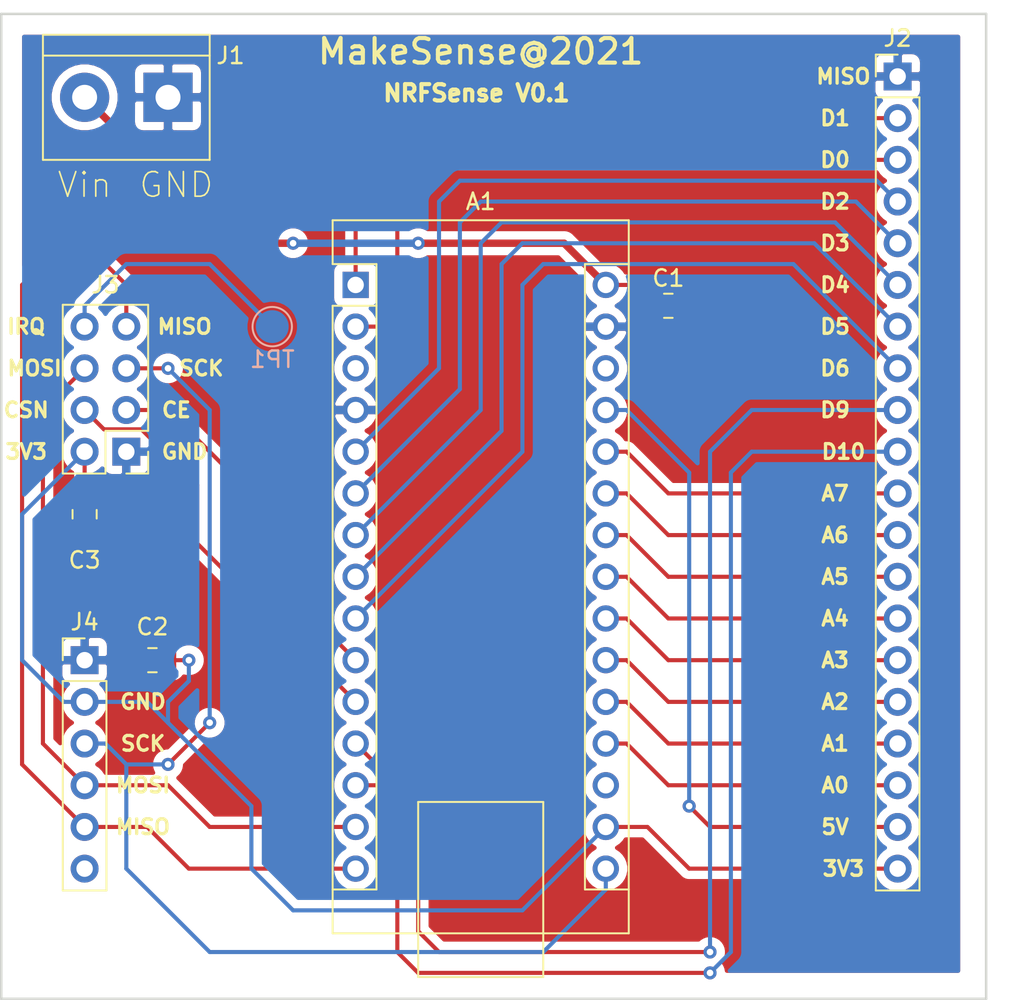
<source format=kicad_pcb>
(kicad_pcb (version 20171130) (host pcbnew "(5.1.10)-1")

  (general
    (thickness 1.6)
    (drawings 44)
    (tracks 153)
    (zones 0)
    (modules 9)
    (nets 32)
  )

  (page A4)
  (layers
    (0 F.Cu signal)
    (31 B.Cu signal)
    (32 B.Adhes user)
    (33 F.Adhes user)
    (34 B.Paste user)
    (35 F.Paste user)
    (36 B.SilkS user)
    (37 F.SilkS user)
    (38 B.Mask user)
    (39 F.Mask user)
    (40 Dwgs.User user)
    (41 Cmts.User user)
    (42 Eco1.User user)
    (43 Eco2.User user)
    (44 Edge.Cuts user)
    (45 Margin user)
    (46 B.CrtYd user)
    (47 F.CrtYd user)
    (48 B.Fab user)
    (49 F.Fab user)
  )

  (setup
    (last_trace_width 0.25)
    (trace_clearance 0.2)
    (zone_clearance 0.508)
    (zone_45_only no)
    (trace_min 0.2)
    (via_size 0.8)
    (via_drill 0.4)
    (via_min_size 0.4)
    (via_min_drill 0.3)
    (uvia_size 0.3)
    (uvia_drill 0.1)
    (uvias_allowed no)
    (uvia_min_size 0.2)
    (uvia_min_drill 0.1)
    (edge_width 0.05)
    (segment_width 0.2)
    (pcb_text_width 0.3)
    (pcb_text_size 1.5 1.5)
    (mod_edge_width 0.12)
    (mod_text_size 1 1)
    (mod_text_width 0.15)
    (pad_size 1.524 1.524)
    (pad_drill 0.762)
    (pad_to_mask_clearance 0)
    (aux_axis_origin 0 0)
    (visible_elements 7FFFFFFF)
    (pcbplotparams
      (layerselection 0x010fc_ffffffff)
      (usegerberextensions false)
      (usegerberattributes true)
      (usegerberadvancedattributes true)
      (creategerberjobfile true)
      (excludeedgelayer true)
      (linewidth 0.100000)
      (plotframeref false)
      (viasonmask false)
      (mode 1)
      (useauxorigin false)
      (hpglpennumber 1)
      (hpglpenspeed 20)
      (hpglpendiameter 15.000000)
      (psnegative false)
      (psa4output false)
      (plotreference true)
      (plotvalue true)
      (plotinvisibletext false)
      (padsonsilk false)
      (subtractmaskfromsilk false)
      (outputformat 1)
      (mirror false)
      (drillshape 0)
      (scaleselection 1)
      (outputdirectory "Gerber/"))
  )

  (net 0 "")
  (net 1 /D1)
  (net 2 +3V3)
  (net 3 /DO)
  (net 4 "Net-(A1-Pad18)")
  (net 5 "Net-(A1-Pad3)")
  (net 6 /A0)
  (net 7 GND)
  (net 8 /A1)
  (net 9 /D2)
  (net 10 /A2)
  (net 11 /D3)
  (net 12 /A3)
  (net 13 /D4)
  (net 14 /A4)
  (net 15 /D5)
  (net 16 /A5)
  (net 17 /D6)
  (net 18 /A6)
  (net 19 /CE)
  (net 20 /A7)
  (net 21 /CSN)
  (net 22 +5V)
  (net 23 /D9)
  (net 24 "Net-(A1-Pad28)")
  (net 25 /D10)
  (net 26 /MOSI)
  (net 27 VS)
  (net 28 /MISO)
  (net 29 /SCK)
  (net 30 /IRQ)
  (net 31 "Net-(J4-Pad6)")

  (net_class Default "This is the default net class."
    (clearance 0.2)
    (trace_width 0.25)
    (via_dia 0.8)
    (via_drill 0.4)
    (uvia_dia 0.3)
    (uvia_drill 0.1)
    (add_net +3V3)
    (add_net +5V)
    (add_net /A0)
    (add_net /A1)
    (add_net /A2)
    (add_net /A3)
    (add_net /A4)
    (add_net /A5)
    (add_net /A6)
    (add_net /A7)
    (add_net /CE)
    (add_net /CSN)
    (add_net /D1)
    (add_net /D10)
    (add_net /D2)
    (add_net /D3)
    (add_net /D4)
    (add_net /D5)
    (add_net /D6)
    (add_net /D9)
    (add_net /DO)
    (add_net /IRQ)
    (add_net /MISO)
    (add_net /MOSI)
    (add_net /SCK)
    (add_net GND)
    (add_net "Net-(A1-Pad18)")
    (add_net "Net-(A1-Pad28)")
    (add_net "Net-(A1-Pad3)")
    (add_net "Net-(J4-Pad6)")
    (add_net VS)
  )

  (module Module:Arduino_Nano (layer F.Cu) (tedit 58ACAF70) (tstamp 60FF4085)
    (at 158.75 88.9)
    (descr "Arduino Nano, http://www.mouser.com/pdfdocs/Gravitech_Arduino_Nano3_0.pdf")
    (tags "Arduino Nano")
    (path /60FF3635)
    (fp_text reference A1 (at 7.62 -5.08) (layer F.SilkS)
      (effects (font (size 1 1) (thickness 0.15)))
    )
    (fp_text value Arduino_Nano_v3.x (at 8.89 19.05 90) (layer F.Fab)
      (effects (font (size 1 1) (thickness 0.15)))
    )
    (fp_line (start 1.27 1.27) (end 1.27 -1.27) (layer F.SilkS) (width 0.12))
    (fp_line (start 1.27 -1.27) (end -1.4 -1.27) (layer F.SilkS) (width 0.12))
    (fp_line (start -1.4 1.27) (end -1.4 39.5) (layer F.SilkS) (width 0.12))
    (fp_line (start -1.4 -3.94) (end -1.4 -1.27) (layer F.SilkS) (width 0.12))
    (fp_line (start 13.97 -1.27) (end 16.64 -1.27) (layer F.SilkS) (width 0.12))
    (fp_line (start 13.97 -1.27) (end 13.97 36.83) (layer F.SilkS) (width 0.12))
    (fp_line (start 13.97 36.83) (end 16.64 36.83) (layer F.SilkS) (width 0.12))
    (fp_line (start 1.27 1.27) (end -1.4 1.27) (layer F.SilkS) (width 0.12))
    (fp_line (start 1.27 1.27) (end 1.27 36.83) (layer F.SilkS) (width 0.12))
    (fp_line (start 1.27 36.83) (end -1.4 36.83) (layer F.SilkS) (width 0.12))
    (fp_line (start 3.81 31.75) (end 11.43 31.75) (layer F.Fab) (width 0.1))
    (fp_line (start 11.43 31.75) (end 11.43 41.91) (layer F.Fab) (width 0.1))
    (fp_line (start 11.43 41.91) (end 3.81 41.91) (layer F.Fab) (width 0.1))
    (fp_line (start 3.81 41.91) (end 3.81 31.75) (layer F.Fab) (width 0.1))
    (fp_line (start -1.4 39.5) (end 16.64 39.5) (layer F.SilkS) (width 0.12))
    (fp_line (start 16.64 39.5) (end 16.64 -3.94) (layer F.SilkS) (width 0.12))
    (fp_line (start 16.64 -3.94) (end -1.4 -3.94) (layer F.SilkS) (width 0.12))
    (fp_line (start 16.51 39.37) (end -1.27 39.37) (layer F.Fab) (width 0.1))
    (fp_line (start -1.27 39.37) (end -1.27 -2.54) (layer F.Fab) (width 0.1))
    (fp_line (start -1.27 -2.54) (end 0 -3.81) (layer F.Fab) (width 0.1))
    (fp_line (start 0 -3.81) (end 16.51 -3.81) (layer F.Fab) (width 0.1))
    (fp_line (start 16.51 -3.81) (end 16.51 39.37) (layer F.Fab) (width 0.1))
    (fp_line (start -1.53 -4.06) (end 16.75 -4.06) (layer F.CrtYd) (width 0.05))
    (fp_line (start -1.53 -4.06) (end -1.53 42.16) (layer F.CrtYd) (width 0.05))
    (fp_line (start 16.75 42.16) (end 16.75 -4.06) (layer F.CrtYd) (width 0.05))
    (fp_line (start 16.75 42.16) (end -1.53 42.16) (layer F.CrtYd) (width 0.05))
    (fp_text user %R (at 6.35 19.05 90) (layer F.Fab)
      (effects (font (size 1 1) (thickness 0.15)))
    )
    (pad 1 thru_hole rect (at 0 0) (size 1.6 1.6) (drill 1) (layers *.Cu *.Mask)
      (net 1 /D1))
    (pad 17 thru_hole oval (at 15.24 33.02) (size 1.6 1.6) (drill 1) (layers *.Cu *.Mask)
      (net 2 +3V3))
    (pad 2 thru_hole oval (at 0 2.54) (size 1.6 1.6) (drill 1) (layers *.Cu *.Mask)
      (net 3 /DO))
    (pad 18 thru_hole oval (at 15.24 30.48) (size 1.6 1.6) (drill 1) (layers *.Cu *.Mask)
      (net 4 "Net-(A1-Pad18)"))
    (pad 3 thru_hole oval (at 0 5.08) (size 1.6 1.6) (drill 1) (layers *.Cu *.Mask)
      (net 5 "Net-(A1-Pad3)"))
    (pad 19 thru_hole oval (at 15.24 27.94) (size 1.6 1.6) (drill 1) (layers *.Cu *.Mask)
      (net 6 /A0))
    (pad 4 thru_hole oval (at 0 7.62) (size 1.6 1.6) (drill 1) (layers *.Cu *.Mask)
      (net 7 GND))
    (pad 20 thru_hole oval (at 15.24 25.4) (size 1.6 1.6) (drill 1) (layers *.Cu *.Mask)
      (net 8 /A1))
    (pad 5 thru_hole oval (at 0 10.16) (size 1.6 1.6) (drill 1) (layers *.Cu *.Mask)
      (net 9 /D2))
    (pad 21 thru_hole oval (at 15.24 22.86) (size 1.6 1.6) (drill 1) (layers *.Cu *.Mask)
      (net 10 /A2))
    (pad 6 thru_hole oval (at 0 12.7) (size 1.6 1.6) (drill 1) (layers *.Cu *.Mask)
      (net 11 /D3))
    (pad 22 thru_hole oval (at 15.24 20.32) (size 1.6 1.6) (drill 1) (layers *.Cu *.Mask)
      (net 12 /A3))
    (pad 7 thru_hole oval (at 0 15.24) (size 1.6 1.6) (drill 1) (layers *.Cu *.Mask)
      (net 13 /D4))
    (pad 23 thru_hole oval (at 15.24 17.78) (size 1.6 1.6) (drill 1) (layers *.Cu *.Mask)
      (net 14 /A4))
    (pad 8 thru_hole oval (at 0 17.78) (size 1.6 1.6) (drill 1) (layers *.Cu *.Mask)
      (net 15 /D5))
    (pad 24 thru_hole oval (at 15.24 15.24) (size 1.6 1.6) (drill 1) (layers *.Cu *.Mask)
      (net 16 /A5))
    (pad 9 thru_hole oval (at 0 20.32) (size 1.6 1.6) (drill 1) (layers *.Cu *.Mask)
      (net 17 /D6))
    (pad 25 thru_hole oval (at 15.24 12.7) (size 1.6 1.6) (drill 1) (layers *.Cu *.Mask)
      (net 18 /A6))
    (pad 10 thru_hole oval (at 0 22.86) (size 1.6 1.6) (drill 1) (layers *.Cu *.Mask)
      (net 19 /CE))
    (pad 26 thru_hole oval (at 15.24 10.16) (size 1.6 1.6) (drill 1) (layers *.Cu *.Mask)
      (net 20 /A7))
    (pad 11 thru_hole oval (at 0 25.4) (size 1.6 1.6) (drill 1) (layers *.Cu *.Mask)
      (net 21 /CSN))
    (pad 27 thru_hole oval (at 15.24 7.62) (size 1.6 1.6) (drill 1) (layers *.Cu *.Mask)
      (net 22 +5V))
    (pad 12 thru_hole oval (at 0 27.94) (size 1.6 1.6) (drill 1) (layers *.Cu *.Mask)
      (net 23 /D9))
    (pad 28 thru_hole oval (at 15.24 5.08) (size 1.6 1.6) (drill 1) (layers *.Cu *.Mask)
      (net 24 "Net-(A1-Pad28)"))
    (pad 13 thru_hole oval (at 0 30.48) (size 1.6 1.6) (drill 1) (layers *.Cu *.Mask)
      (net 25 /D10))
    (pad 29 thru_hole oval (at 15.24 2.54) (size 1.6 1.6) (drill 1) (layers *.Cu *.Mask)
      (net 7 GND))
    (pad 14 thru_hole oval (at 0 33.02) (size 1.6 1.6) (drill 1) (layers *.Cu *.Mask)
      (net 26 /MOSI))
    (pad 30 thru_hole oval (at 15.24 0) (size 1.6 1.6) (drill 1) (layers *.Cu *.Mask)
      (net 27 VS))
    (pad 15 thru_hole oval (at 0 35.56) (size 1.6 1.6) (drill 1) (layers *.Cu *.Mask)
      (net 28 /MISO))
    (pad 16 thru_hole oval (at 15.24 35.56) (size 1.6 1.6) (drill 1) (layers *.Cu *.Mask)
      (net 29 /SCK))
    (model ${KISYS3DMOD}/Module.3dshapes/Arduino_Nano_WithMountingHoles.wrl
      (at (xyz 0 0 0))
      (scale (xyz 1 1 1))
      (rotate (xyz 0 0 0))
    )
  )

  (module Capacitor_SMD:C_0805_2012Metric (layer F.Cu) (tedit 5F68FEEE) (tstamp 60FF4096)
    (at 177.8 90.17)
    (descr "Capacitor SMD 0805 (2012 Metric), square (rectangular) end terminal, IPC_7351 nominal, (Body size source: IPC-SM-782 page 76, https://www.pcb-3d.com/wordpress/wp-content/uploads/ipc-sm-782a_amendment_1_and_2.pdf, https://docs.google.com/spreadsheets/d/1BsfQQcO9C6DZCsRaXUlFlo91Tg2WpOkGARC1WS5S8t0/edit?usp=sharing), generated with kicad-footprint-generator")
    (tags capacitor)
    (path /61049E8E)
    (attr smd)
    (fp_text reference C1 (at 0 -1.68) (layer F.SilkS)
      (effects (font (size 1 1) (thickness 0.15)))
    )
    (fp_text value 100nF (at 0 1.68) (layer F.Fab)
      (effects (font (size 1 1) (thickness 0.15)))
    )
    (fp_line (start -1 0.625) (end -1 -0.625) (layer F.Fab) (width 0.1))
    (fp_line (start -1 -0.625) (end 1 -0.625) (layer F.Fab) (width 0.1))
    (fp_line (start 1 -0.625) (end 1 0.625) (layer F.Fab) (width 0.1))
    (fp_line (start 1 0.625) (end -1 0.625) (layer F.Fab) (width 0.1))
    (fp_line (start -0.261252 -0.735) (end 0.261252 -0.735) (layer F.SilkS) (width 0.12))
    (fp_line (start -0.261252 0.735) (end 0.261252 0.735) (layer F.SilkS) (width 0.12))
    (fp_line (start -1.7 0.98) (end -1.7 -0.98) (layer F.CrtYd) (width 0.05))
    (fp_line (start -1.7 -0.98) (end 1.7 -0.98) (layer F.CrtYd) (width 0.05))
    (fp_line (start 1.7 -0.98) (end 1.7 0.98) (layer F.CrtYd) (width 0.05))
    (fp_line (start 1.7 0.98) (end -1.7 0.98) (layer F.CrtYd) (width 0.05))
    (fp_text user %R (at -2.995001 0.704999) (layer F.Fab)
      (effects (font (size 0.5 0.5) (thickness 0.08)))
    )
    (pad 1 smd roundrect (at -0.95 0) (size 1 1.45) (layers F.Cu F.Paste F.Mask) (roundrect_rratio 0.25)
      (net 27 VS))
    (pad 2 smd roundrect (at 0.95 0) (size 1 1.45) (layers F.Cu F.Paste F.Mask) (roundrect_rratio 0.25)
      (net 7 GND))
    (model ${KISYS3DMOD}/Capacitor_SMD.3dshapes/C_0805_2012Metric.wrl
      (at (xyz 0 0 0))
      (scale (xyz 1 1 1))
      (rotate (xyz 0 0 0))
    )
  )

  (module Capacitor_SMD:C_0805_2012Metric (layer F.Cu) (tedit 5F68FEEE) (tstamp 60FF40A7)
    (at 146.37 111.76 180)
    (descr "Capacitor SMD 0805 (2012 Metric), square (rectangular) end terminal, IPC_7351 nominal, (Body size source: IPC-SM-782 page 76, https://www.pcb-3d.com/wordpress/wp-content/uploads/ipc-sm-782a_amendment_1_and_2.pdf, https://docs.google.com/spreadsheets/d/1BsfQQcO9C6DZCsRaXUlFlo91Tg2WpOkGARC1WS5S8t0/edit?usp=sharing), generated with kicad-footprint-generator")
    (tags capacitor)
    (path /6104E4C8)
    (attr smd)
    (fp_text reference C2 (at 0 2.032) (layer F.SilkS)
      (effects (font (size 1 1) (thickness 0.15)))
    )
    (fp_text value 100nF (at 0 1.68) (layer F.Fab)
      (effects (font (size 1 1) (thickness 0.15)))
    )
    (fp_line (start 1.7 0.98) (end -1.7 0.98) (layer F.CrtYd) (width 0.05))
    (fp_line (start 1.7 -0.98) (end 1.7 0.98) (layer F.CrtYd) (width 0.05))
    (fp_line (start -1.7 -0.98) (end 1.7 -0.98) (layer F.CrtYd) (width 0.05))
    (fp_line (start -1.7 0.98) (end -1.7 -0.98) (layer F.CrtYd) (width 0.05))
    (fp_line (start -0.261252 0.735) (end 0.261252 0.735) (layer F.SilkS) (width 0.12))
    (fp_line (start -0.261252 -0.735) (end 0.261252 -0.735) (layer F.SilkS) (width 0.12))
    (fp_line (start 1 0.625) (end -1 0.625) (layer F.Fab) (width 0.1))
    (fp_line (start 1 -0.625) (end 1 0.625) (layer F.Fab) (width 0.1))
    (fp_line (start -1 -0.625) (end 1 -0.625) (layer F.Fab) (width 0.1))
    (fp_line (start -1 0.625) (end -1 -0.625) (layer F.Fab) (width 0.1))
    (fp_text user %R (at 0.95 0) (layer F.Fab)
      (effects (font (size 0.5 0.5) (thickness 0.08)))
    )
    (pad 2 smd roundrect (at 0.95 0 180) (size 1 1.45) (layers F.Cu F.Paste F.Mask) (roundrect_rratio 0.25)
      (net 7 GND))
    (pad 1 smd roundrect (at -0.95 0 180) (size 1 1.45) (layers F.Cu F.Paste F.Mask) (roundrect_rratio 0.25)
      (net 2 +3V3))
    (model ${KISYS3DMOD}/Capacitor_SMD.3dshapes/C_0805_2012Metric.wrl
      (at (xyz 0 0 0))
      (scale (xyz 1 1 1))
      (rotate (xyz 0 0 0))
    )
  )

  (module Capacitor_SMD:C_0805_2012Metric (layer F.Cu) (tedit 5F68FEEE) (tstamp 60FF40B8)
    (at 142.24 102.87 270)
    (descr "Capacitor SMD 0805 (2012 Metric), square (rectangular) end terminal, IPC_7351 nominal, (Body size source: IPC-SM-782 page 76, https://www.pcb-3d.com/wordpress/wp-content/uploads/ipc-sm-782a_amendment_1_and_2.pdf, https://docs.google.com/spreadsheets/d/1BsfQQcO9C6DZCsRaXUlFlo91Tg2WpOkGARC1WS5S8t0/edit?usp=sharing), generated with kicad-footprint-generator")
    (tags capacitor)
    (path /61061975)
    (attr smd)
    (fp_text reference C3 (at 2.794 0 180) (layer F.SilkS)
      (effects (font (size 1 1) (thickness 0.15)))
    )
    (fp_text value 100nF (at 0 1.68 90) (layer F.Fab)
      (effects (font (size 1 1) (thickness 0.15)))
    )
    (fp_line (start -1 0.625) (end -1 -0.625) (layer F.Fab) (width 0.1))
    (fp_line (start -1 -0.625) (end 1 -0.625) (layer F.Fab) (width 0.1))
    (fp_line (start 1 -0.625) (end 1 0.625) (layer F.Fab) (width 0.1))
    (fp_line (start 1 0.625) (end -1 0.625) (layer F.Fab) (width 0.1))
    (fp_line (start -0.261252 -0.735) (end 0.261252 -0.735) (layer F.SilkS) (width 0.12))
    (fp_line (start -0.261252 0.735) (end 0.261252 0.735) (layer F.SilkS) (width 0.12))
    (fp_line (start -1.7 0.98) (end -1.7 -0.98) (layer F.CrtYd) (width 0.05))
    (fp_line (start -1.7 -0.98) (end 1.7 -0.98) (layer F.CrtYd) (width 0.05))
    (fp_line (start 1.7 -0.98) (end 1.7 0.98) (layer F.CrtYd) (width 0.05))
    (fp_line (start 1.7 0.98) (end -1.7 0.98) (layer F.CrtYd) (width 0.05))
    (fp_text user %R (at -0.32 0 90) (layer F.Fab)
      (effects (font (size 0.5 0.5) (thickness 0.08)))
    )
    (pad 1 smd roundrect (at -0.95 0 270) (size 1 1.45) (layers F.Cu F.Paste F.Mask) (roundrect_rratio 0.25)
      (net 2 +3V3))
    (pad 2 smd roundrect (at 0.95 0 270) (size 1 1.45) (layers F.Cu F.Paste F.Mask) (roundrect_rratio 0.25)
      (net 7 GND))
    (model ${KISYS3DMOD}/Capacitor_SMD.3dshapes/C_0805_2012Metric.wrl
      (at (xyz 0 0 0))
      (scale (xyz 1 1 1))
      (rotate (xyz 0 0 0))
    )
  )

  (module TerminalBlock:TerminalBlock_bornier-2_P5.08mm (layer F.Cu) (tedit 59FF03AB) (tstamp 60FF40CD)
    (at 147.32 77.47 180)
    (descr "simple 2-pin terminal block, pitch 5.08mm, revamped version of bornier2")
    (tags "terminal block bornier2")
    (path /60FF99FA)
    (fp_text reference J1 (at -3.81 2.54) (layer F.SilkS)
      (effects (font (size 1 1) (thickness 0.15)))
    )
    (fp_text value V_IN (at 2.54 5.08) (layer F.Fab)
      (effects (font (size 1 1) (thickness 0.15)))
    )
    (fp_line (start -2.41 2.55) (end 7.49 2.55) (layer F.Fab) (width 0.1))
    (fp_line (start -2.46 -3.75) (end -2.46 3.75) (layer F.Fab) (width 0.1))
    (fp_line (start -2.46 3.75) (end 7.54 3.75) (layer F.Fab) (width 0.1))
    (fp_line (start 7.54 3.75) (end 7.54 -3.75) (layer F.Fab) (width 0.1))
    (fp_line (start 7.54 -3.75) (end -2.46 -3.75) (layer F.Fab) (width 0.1))
    (fp_line (start 7.62 2.54) (end -2.54 2.54) (layer F.SilkS) (width 0.12))
    (fp_line (start 7.62 3.81) (end 7.62 -3.81) (layer F.SilkS) (width 0.12))
    (fp_line (start 7.62 -3.81) (end -2.54 -3.81) (layer F.SilkS) (width 0.12))
    (fp_line (start -2.54 -3.81) (end -2.54 3.81) (layer F.SilkS) (width 0.12))
    (fp_line (start -2.54 3.81) (end 7.62 3.81) (layer F.SilkS) (width 0.12))
    (fp_line (start -2.71 -4) (end 7.79 -4) (layer F.CrtYd) (width 0.05))
    (fp_line (start -2.71 -4) (end -2.71 4) (layer F.CrtYd) (width 0.05))
    (fp_line (start 7.79 4) (end 7.79 -4) (layer F.CrtYd) (width 0.05))
    (fp_line (start 7.79 4) (end -2.71 4) (layer F.CrtYd) (width 0.05))
    (fp_text user %R (at 0 -5.08) (layer F.Fab)
      (effects (font (size 1 1) (thickness 0.15)))
    )
    (pad 1 thru_hole rect (at 0 0 180) (size 3 3) (drill 1.52) (layers *.Cu *.Mask)
      (net 7 GND))
    (pad 2 thru_hole circle (at 5.08 0 180) (size 3 3) (drill 1.52) (layers *.Cu *.Mask)
      (net 27 VS))
    (model ${KISYS3DMOD}/TerminalBlock.3dshapes/TerminalBlock_bornier-2_P5.08mm.wrl
      (offset (xyz 2.539999961853027 0 0))
      (scale (xyz 1 1 1))
      (rotate (xyz 0 0 0))
    )
  )

  (module Connector_PinHeader_2.54mm:PinHeader_1x20_P2.54mm_Vertical (layer F.Cu) (tedit 59FED5CC) (tstamp 60FF4545)
    (at 191.77 76.2)
    (descr "Through hole straight pin header, 1x20, 2.54mm pitch, single row")
    (tags "Through hole pin header THT 1x20 2.54mm single row")
    (path /61081701)
    (fp_text reference J2 (at 0 -2.33) (layer F.SilkS)
      (effects (font (size 1 1) (thickness 0.15)))
    )
    (fp_text value Conn_01x20_Female (at 0 50.59) (layer F.Fab)
      (effects (font (size 1 1) (thickness 0.15)))
    )
    (fp_line (start -0.635 -1.27) (end 1.27 -1.27) (layer F.Fab) (width 0.1))
    (fp_line (start 1.27 -1.27) (end 1.27 49.53) (layer F.Fab) (width 0.1))
    (fp_line (start 1.27 49.53) (end -1.27 49.53) (layer F.Fab) (width 0.1))
    (fp_line (start -1.27 49.53) (end -1.27 -0.635) (layer F.Fab) (width 0.1))
    (fp_line (start -1.27 -0.635) (end -0.635 -1.27) (layer F.Fab) (width 0.1))
    (fp_line (start -1.33 49.59) (end 1.33 49.59) (layer F.SilkS) (width 0.12))
    (fp_line (start -1.33 1.27) (end -1.33 49.59) (layer F.SilkS) (width 0.12))
    (fp_line (start 1.33 1.27) (end 1.33 49.59) (layer F.SilkS) (width 0.12))
    (fp_line (start -1.33 1.27) (end 1.33 1.27) (layer F.SilkS) (width 0.12))
    (fp_line (start -1.33 0) (end -1.33 -1.33) (layer F.SilkS) (width 0.12))
    (fp_line (start -1.33 -1.33) (end 0 -1.33) (layer F.SilkS) (width 0.12))
    (fp_line (start -1.8 -1.8) (end -1.8 50.05) (layer F.CrtYd) (width 0.05))
    (fp_line (start -1.8 50.05) (end 1.8 50.05) (layer F.CrtYd) (width 0.05))
    (fp_line (start 1.8 50.05) (end 1.8 -1.8) (layer F.CrtYd) (width 0.05))
    (fp_line (start 1.8 -1.8) (end -1.8 -1.8) (layer F.CrtYd) (width 0.05))
    (fp_text user %R (at 0 24.13 90) (layer F.Fab)
      (effects (font (size 1 1) (thickness 0.15)))
    )
    (pad 1 thru_hole rect (at 0 0) (size 1.7 1.7) (drill 1) (layers *.Cu *.Mask)
      (net 7 GND))
    (pad 2 thru_hole oval (at 0 2.54) (size 1.7 1.7) (drill 1) (layers *.Cu *.Mask)
      (net 1 /D1))
    (pad 3 thru_hole oval (at 0 5.08) (size 1.7 1.7) (drill 1) (layers *.Cu *.Mask)
      (net 3 /DO))
    (pad 4 thru_hole oval (at 0 7.62) (size 1.7 1.7) (drill 1) (layers *.Cu *.Mask)
      (net 9 /D2))
    (pad 5 thru_hole oval (at 0 10.16) (size 1.7 1.7) (drill 1) (layers *.Cu *.Mask)
      (net 11 /D3))
    (pad 6 thru_hole oval (at 0 12.7) (size 1.7 1.7) (drill 1) (layers *.Cu *.Mask)
      (net 13 /D4))
    (pad 7 thru_hole oval (at 0 15.24) (size 1.7 1.7) (drill 1) (layers *.Cu *.Mask)
      (net 15 /D5))
    (pad 8 thru_hole oval (at 0 17.78) (size 1.7 1.7) (drill 1) (layers *.Cu *.Mask)
      (net 17 /D6))
    (pad 9 thru_hole oval (at 0 20.32) (size 1.7 1.7) (drill 1) (layers *.Cu *.Mask)
      (net 23 /D9))
    (pad 10 thru_hole oval (at 0 22.86) (size 1.7 1.7) (drill 1) (layers *.Cu *.Mask)
      (net 25 /D10))
    (pad 11 thru_hole oval (at 0 25.4) (size 1.7 1.7) (drill 1) (layers *.Cu *.Mask)
      (net 20 /A7))
    (pad 12 thru_hole oval (at 0 27.94) (size 1.7 1.7) (drill 1) (layers *.Cu *.Mask)
      (net 18 /A6))
    (pad 13 thru_hole oval (at 0 30.48) (size 1.7 1.7) (drill 1) (layers *.Cu *.Mask)
      (net 16 /A5))
    (pad 14 thru_hole oval (at 0 33.02) (size 1.7 1.7) (drill 1) (layers *.Cu *.Mask)
      (net 14 /A4))
    (pad 15 thru_hole oval (at 0 35.56) (size 1.7 1.7) (drill 1) (layers *.Cu *.Mask)
      (net 12 /A3))
    (pad 16 thru_hole oval (at 0 38.1) (size 1.7 1.7) (drill 1) (layers *.Cu *.Mask)
      (net 10 /A2))
    (pad 17 thru_hole oval (at 0 40.64) (size 1.7 1.7) (drill 1) (layers *.Cu *.Mask)
      (net 8 /A1))
    (pad 18 thru_hole oval (at 0 43.18) (size 1.7 1.7) (drill 1) (layers *.Cu *.Mask)
      (net 6 /A0))
    (pad 19 thru_hole oval (at 0 45.72) (size 1.7 1.7) (drill 1) (layers *.Cu *.Mask)
      (net 22 +5V))
    (pad 20 thru_hole oval (at 0 48.26) (size 1.7 1.7) (drill 1) (layers *.Cu *.Mask)
      (net 2 +3V3))
    (model ${KISYS3DMOD}/Connector_PinHeader_2.54mm.3dshapes/PinHeader_1x20_P2.54mm_Vertical.wrl
      (at (xyz 0 0 0))
      (scale (xyz 1 1 1))
      (rotate (xyz 0 0 0))
    )
  )

  (module Connector_PinHeader_2.54mm:PinHeader_2x04_P2.54mm_Vertical (layer F.Cu) (tedit 59FED5CC) (tstamp 60FF4113)
    (at 144.78 99.06 180)
    (descr "Through hole straight pin header, 2x04, 2.54mm pitch, double rows")
    (tags "Through hole pin header THT 2x04 2.54mm double row")
    (path /61001C8B)
    (fp_text reference J3 (at 1.27 10.16) (layer F.SilkS)
      (effects (font (size 1 1) (thickness 0.15)))
    )
    (fp_text value NRF24L01 (at 1.27 9.95) (layer F.Fab)
      (effects (font (size 1 1) (thickness 0.15)))
    )
    (fp_line (start 0 -1.27) (end 3.81 -1.27) (layer F.Fab) (width 0.1))
    (fp_line (start 3.81 -1.27) (end 3.81 8.89) (layer F.Fab) (width 0.1))
    (fp_line (start 3.81 8.89) (end -1.27 8.89) (layer F.Fab) (width 0.1))
    (fp_line (start -1.27 8.89) (end -1.27 0) (layer F.Fab) (width 0.1))
    (fp_line (start -1.27 0) (end 0 -1.27) (layer F.Fab) (width 0.1))
    (fp_line (start -1.33 8.95) (end 3.87 8.95) (layer F.SilkS) (width 0.12))
    (fp_line (start -1.33 1.27) (end -1.33 8.95) (layer F.SilkS) (width 0.12))
    (fp_line (start 3.87 -1.33) (end 3.87 8.95) (layer F.SilkS) (width 0.12))
    (fp_line (start -1.33 1.27) (end 1.27 1.27) (layer F.SilkS) (width 0.12))
    (fp_line (start 1.27 1.27) (end 1.27 -1.33) (layer F.SilkS) (width 0.12))
    (fp_line (start 1.27 -1.33) (end 3.87 -1.33) (layer F.SilkS) (width 0.12))
    (fp_line (start -1.33 0) (end -1.33 -1.33) (layer F.SilkS) (width 0.12))
    (fp_line (start -1.33 -1.33) (end 0 -1.33) (layer F.SilkS) (width 0.12))
    (fp_line (start -1.8 -1.8) (end -1.8 9.4) (layer F.CrtYd) (width 0.05))
    (fp_line (start -1.8 9.4) (end 4.35 9.4) (layer F.CrtYd) (width 0.05))
    (fp_line (start 4.35 9.4) (end 4.35 -1.8) (layer F.CrtYd) (width 0.05))
    (fp_line (start 4.35 -1.8) (end -1.8 -1.8) (layer F.CrtYd) (width 0.05))
    (fp_text user %R (at -1.27 -3.81 90) (layer F.Fab)
      (effects (font (size 1 1) (thickness 0.15)))
    )
    (pad 1 thru_hole rect (at 0 0 180) (size 1.7 1.7) (drill 1) (layers *.Cu *.Mask)
      (net 7 GND))
    (pad 2 thru_hole oval (at 2.54 0 180) (size 1.7 1.7) (drill 1) (layers *.Cu *.Mask)
      (net 2 +3V3))
    (pad 3 thru_hole oval (at 0 2.54 180) (size 1.7 1.7) (drill 1) (layers *.Cu *.Mask)
      (net 19 /CE))
    (pad 4 thru_hole oval (at 2.54 2.54 180) (size 1.7 1.7) (drill 1) (layers *.Cu *.Mask)
      (net 21 /CSN))
    (pad 5 thru_hole oval (at 0 5.08 180) (size 1.7 1.7) (drill 1) (layers *.Cu *.Mask)
      (net 29 /SCK))
    (pad 6 thru_hole oval (at 2.54 5.08 180) (size 1.7 1.7) (drill 1) (layers *.Cu *.Mask)
      (net 26 /MOSI))
    (pad 7 thru_hole oval (at 0 7.62 180) (size 1.7 1.7) (drill 1) (layers *.Cu *.Mask)
      (net 28 /MISO))
    (pad 8 thru_hole oval (at 2.54 7.62 180) (size 1.7 1.7) (drill 1) (layers *.Cu *.Mask)
      (net 30 /IRQ))
    (model ${KISYS3DMOD}/Connector_PinHeader_2.54mm.3dshapes/PinHeader_2x04_P2.54mm_Vertical.wrl
      (at (xyz 0 0 0))
      (scale (xyz 1 1 1))
      (rotate (xyz 0 0 0))
    )
  )

  (module Connector_PinHeader_2.54mm:PinHeader_1x06_P2.54mm_Vertical (layer F.Cu) (tedit 59FED5CC) (tstamp 60FF4B94)
    (at 142.24 111.76)
    (descr "Through hole straight pin header, 1x06, 2.54mm pitch, single row")
    (tags "Through hole pin header THT 1x06 2.54mm single row")
    (path /610607F2)
    (fp_text reference J4 (at 0 -2.33) (layer F.SilkS)
      (effects (font (size 1 1) (thickness 0.15)))
    )
    (fp_text value SPI_Aux (at 0 15.03) (layer F.Fab)
      (effects (font (size 1 1) (thickness 0.15)))
    )
    (fp_line (start -0.635 -1.27) (end 1.27 -1.27) (layer F.Fab) (width 0.1))
    (fp_line (start 1.27 -1.27) (end 1.27 13.97) (layer F.Fab) (width 0.1))
    (fp_line (start 1.27 13.97) (end -1.27 13.97) (layer F.Fab) (width 0.1))
    (fp_line (start -1.27 13.97) (end -1.27 -0.635) (layer F.Fab) (width 0.1))
    (fp_line (start -1.27 -0.635) (end -0.635 -1.27) (layer F.Fab) (width 0.1))
    (fp_line (start -1.33 14.03) (end 1.33 14.03) (layer F.SilkS) (width 0.12))
    (fp_line (start -1.33 1.27) (end -1.33 14.03) (layer F.SilkS) (width 0.12))
    (fp_line (start 1.33 1.27) (end 1.33 14.03) (layer F.SilkS) (width 0.12))
    (fp_line (start -1.33 1.27) (end 1.33 1.27) (layer F.SilkS) (width 0.12))
    (fp_line (start -1.33 0) (end -1.33 -1.33) (layer F.SilkS) (width 0.12))
    (fp_line (start -1.33 -1.33) (end 0 -1.33) (layer F.SilkS) (width 0.12))
    (fp_line (start -1.8 -1.8) (end -1.8 14.5) (layer F.CrtYd) (width 0.05))
    (fp_line (start -1.8 14.5) (end 1.8 14.5) (layer F.CrtYd) (width 0.05))
    (fp_line (start 1.8 14.5) (end 1.8 -1.8) (layer F.CrtYd) (width 0.05))
    (fp_line (start 1.8 -1.8) (end -1.8 -1.8) (layer F.CrtYd) (width 0.05))
    (fp_text user %R (at 0 6.35 90) (layer F.Fab)
      (effects (font (size 1 1) (thickness 0.15)))
    )
    (pad 1 thru_hole rect (at 0 0) (size 1.7 1.7) (drill 1) (layers *.Cu *.Mask)
      (net 7 GND))
    (pad 2 thru_hole oval (at 0 2.54) (size 1.7 1.7) (drill 1) (layers *.Cu *.Mask)
      (net 2 +3V3))
    (pad 3 thru_hole oval (at 0 5.08) (size 1.7 1.7) (drill 1) (layers *.Cu *.Mask)
      (net 29 /SCK))
    (pad 4 thru_hole oval (at 0 7.62) (size 1.7 1.7) (drill 1) (layers *.Cu *.Mask)
      (net 26 /MOSI))
    (pad 5 thru_hole oval (at 0 10.16) (size 1.7 1.7) (drill 1) (layers *.Cu *.Mask)
      (net 28 /MISO))
    (pad 6 thru_hole oval (at 0 12.7) (size 1.7 1.7) (drill 1) (layers *.Cu *.Mask)
      (net 31 "Net-(J4-Pad6)"))
    (model ${KISYS3DMOD}/Connector_PinHeader_2.54mm.3dshapes/PinHeader_1x06_P2.54mm_Vertical.wrl
      (at (xyz 0 0 0))
      (scale (xyz 1 1 1))
      (rotate (xyz 0 0 0))
    )
  )

  (module TestPoint:TestPoint_Pad_D2.0mm (layer B.Cu) (tedit 5A0F774F) (tstamp 60FF4135)
    (at 153.67 91.44)
    (descr "SMD pad as test Point, diameter 2.0mm")
    (tags "test point SMD pad")
    (path /6100A88D)
    (attr virtual)
    (fp_text reference TP1 (at 0 1.998) (layer B.SilkS)
      (effects (font (size 1 1) (thickness 0.15)) (justify mirror))
    )
    (fp_text value TestPoint (at 0 -2.05) (layer B.Fab)
      (effects (font (size 1 1) (thickness 0.15)) (justify mirror))
    )
    (fp_circle (center 0 0) (end 1.5 0) (layer B.CrtYd) (width 0.05))
    (fp_circle (center 0 0) (end 0 -1.2) (layer B.SilkS) (width 0.12))
    (fp_text user %R (at 0 2) (layer B.Fab)
      (effects (font (size 1 1) (thickness 0.15)) (justify mirror))
    )
    (pad 1 smd circle (at 0 0) (size 2 2) (layers B.Cu B.Mask)
      (net 30 /IRQ))
  )

  (gr_line (start 170.18 131.064) (end 162.56 131.064) (layer F.SilkS) (width 0.12) (tstamp 610250AF))
  (gr_line (start 170.18 120.396) (end 170.18 131.064) (layer F.SilkS) (width 0.12))
  (gr_line (start 162.56 120.396) (end 170.18 120.396) (layer F.SilkS) (width 0.12))
  (gr_line (start 162.56 131.064) (end 162.56 120.396) (layer F.SilkS) (width 0.12))
  (gr_text 3V3 (at 188.468 124.46) (layer F.SilkS) (tstamp 61024B0E)
    (effects (font (size 0.9 0.9) (thickness 0.2)))
  )
  (gr_text 5V (at 187.96 121.92) (layer F.SilkS) (tstamp 61024B0C)
    (effects (font (size 0.9 0.9) (thickness 0.2)))
  )
  (gr_text A0 (at 187.96 119.38) (layer F.SilkS) (tstamp 61024B0A)
    (effects (font (size 0.9 0.9) (thickness 0.2)))
  )
  (gr_text A1 (at 187.96 116.84) (layer F.SilkS) (tstamp 61024B08)
    (effects (font (size 0.9 0.9) (thickness 0.2)))
  )
  (gr_text A2 (at 187.96 114.3) (layer F.SilkS) (tstamp 61024B06)
    (effects (font (size 0.9 0.9) (thickness 0.2)))
  )
  (gr_text A3 (at 187.96 111.76) (layer F.SilkS) (tstamp 61024B04)
    (effects (font (size 0.9 0.9) (thickness 0.2)))
  )
  (gr_text A4 (at 187.96 109.22) (layer F.SilkS) (tstamp 61024B02)
    (effects (font (size 0.9 0.9) (thickness 0.2)))
  )
  (gr_text A5 (at 187.96 106.68) (layer F.SilkS) (tstamp 61024B00)
    (effects (font (size 0.9 0.9) (thickness 0.2)))
  )
  (gr_text A6 (at 187.96 104.14) (layer F.SilkS) (tstamp 61024AFE)
    (effects (font (size 0.9 0.9) (thickness 0.2)))
  )
  (gr_text A7 (at 187.96 101.6) (layer F.SilkS) (tstamp 61024AFC)
    (effects (font (size 0.9 0.9) (thickness 0.2)))
  )
  (gr_text D10 (at 188.468 99.06) (layer F.SilkS) (tstamp 61024AFA)
    (effects (font (size 0.9 0.9) (thickness 0.2)))
  )
  (gr_text D9 (at 187.96 96.52) (layer F.SilkS) (tstamp 61024AF8)
    (effects (font (size 0.9 0.9) (thickness 0.2)))
  )
  (gr_text D6 (at 187.96 93.98) (layer F.SilkS) (tstamp 61024AF6)
    (effects (font (size 0.9 0.9) (thickness 0.2)))
  )
  (gr_text D5 (at 187.96 91.44) (layer F.SilkS) (tstamp 61024AF4)
    (effects (font (size 0.9 0.9) (thickness 0.2)))
  )
  (gr_text D4 (at 187.96 88.9) (layer F.SilkS) (tstamp 61024AF2)
    (effects (font (size 0.9 0.9) (thickness 0.2)))
  )
  (gr_text D3 (at 187.96 86.36) (layer F.SilkS) (tstamp 61024AF0)
    (effects (font (size 0.9 0.9) (thickness 0.2)))
  )
  (gr_text D2 (at 187.96 83.82) (layer F.SilkS) (tstamp 61024AEE)
    (effects (font (size 0.9 0.9) (thickness 0.2)))
  )
  (gr_text D0 (at 187.96 81.28) (layer F.SilkS) (tstamp 61024AEC)
    (effects (font (size 0.9 0.9) (thickness 0.2)))
  )
  (gr_text D1 (at 187.96 78.74) (layer F.SilkS) (tstamp 61024AEA)
    (effects (font (size 0.9 0.9) (thickness 0.2)))
  )
  (gr_text MISO (at 188.468 76.2) (layer F.SilkS) (tstamp 61024AE8)
    (effects (font (size 0.9 0.9) (thickness 0.2)))
  )
  (gr_text MISO (at 145.796 121.92) (layer F.SilkS) (tstamp 61024ADD)
    (effects (font (size 0.9 0.9) (thickness 0.2)))
  )
  (gr_text MOSI (at 145.796 119.38) (layer F.SilkS) (tstamp 61024ADB)
    (effects (font (size 0.9 0.9) (thickness 0.2)))
  )
  (gr_text SCK (at 145.796 116.84) (layer F.SilkS) (tstamp 61024AD9)
    (effects (font (size 0.9 0.9) (thickness 0.2)))
  )
  (gr_text GND (at 145.796 114.3) (layer F.SilkS) (tstamp 61024AC4)
    (effects (font (size 0.9 0.9) (thickness 0.2)))
  )
  (gr_text SCK (at 149.352 93.98) (layer F.SilkS) (tstamp 61024AAE)
    (effects (font (size 0.9 0.9) (thickness 0.2)))
  )
  (gr_text GND (at 148.336 99.06) (layer F.SilkS) (tstamp 61024AAC)
    (effects (font (size 0.9 0.9) (thickness 0.2)))
  )
  (gr_text CE (at 147.828 96.52) (layer F.SilkS) (tstamp 61024AAA)
    (effects (font (size 0.9 0.9) (thickness 0.2)))
  )
  (gr_text MISO (at 148.336 91.44) (layer F.SilkS) (tstamp 61024AA8)
    (effects (font (size 0.9 0.9) (thickness 0.2)))
  )
  (gr_text 3V3 (at 138.684 99.06) (layer F.SilkS) (tstamp 61024AA6)
    (effects (font (size 0.9 0.9) (thickness 0.2)))
  )
  (gr_text CSN (at 138.684 96.52) (layer F.SilkS) (tstamp 61024AA4)
    (effects (font (size 0.9 0.9) (thickness 0.2)))
  )
  (gr_text IRQ (at 138.684 91.44) (layer F.SilkS) (tstamp 61024AA2)
    (effects (font (size 0.9 0.9) (thickness 0.2)))
  )
  (gr_text MOSI (at 139.192 93.98) (layer F.SilkS) (tstamp 61024A5A)
    (effects (font (size 0.9 0.9) (thickness 0.2)))
  )
  (gr_text GND (at 147.828 82.804) (layer F.SilkS) (tstamp 61024A53)
    (effects (font (size 1.5 1.5) (thickness 0.1)))
  )
  (gr_text "NRFSense V0.1" (at 166.116 77.216) (layer F.SilkS) (tstamp 610248C0)
    (effects (font (size 1 1) (thickness 0.25)))
  )
  (gr_text Vin (at 142.24 82.804) (layer F.SilkS)
    (effects (font (size 1.5 1.5) (thickness 0.1)))
  )
  (gr_text MakeSense@2021 (at 166.37 74.676) (layer F.SilkS)
    (effects (font (size 1.5 1.5) (thickness 0.25)))
  )
  (gr_line (start 137.16 132.39) (end 197.16 132.39) (layer Edge.Cuts) (width 0.15) (tstamp 60FF4C82))
  (gr_line (start 197.16 72.39) (end 197.16 132.39) (layer Edge.Cuts) (width 0.15) (tstamp 60FF4C81))
  (gr_line (start 137.16 72.39) (end 197.16 72.39) (layer Edge.Cuts) (width 0.15) (tstamp 60FF4C80))
  (gr_line (start 137.16 72.39) (end 137.16 132.39) (layer Edge.Cuts) (width 0.15) (tstamp 60FF4C7F))

  (segment (start 158.75 88.9) (end 158.75 81.28) (width 0.25) (layer F.Cu) (net 1))
  (segment (start 161.29 78.74) (end 191.77 78.74) (width 0.25) (layer F.Cu) (net 1))
  (segment (start 158.75 81.28) (end 161.29 78.74) (width 0.25) (layer F.Cu) (net 1))
  (segment (start 173.99 121.92) (end 176.53 121.92) (width 0.25) (layer F.Cu) (net 2))
  (segment (start 179.07 124.46) (end 191.77 124.46) (width 0.25) (layer F.Cu) (net 2))
  (segment (start 176.53 121.92) (end 179.07 124.46) (width 0.25) (layer F.Cu) (net 2))
  (segment (start 146.05 114.3) (end 142.24 114.3) (width 0.25) (layer B.Cu) (net 2))
  (segment (start 152.4 124.46) (end 152.4 120.65) (width 0.25) (layer B.Cu) (net 2))
  (segment (start 154.94 127) (end 152.4 124.46) (width 0.25) (layer B.Cu) (net 2))
  (segment (start 168.91 127) (end 154.94 127) (width 0.25) (layer B.Cu) (net 2))
  (segment (start 173.99 121.92) (end 168.91 127) (width 0.25) (layer B.Cu) (net 2))
  (segment (start 142.24 114.3) (end 140.97 114.3) (width 0.25) (layer B.Cu) (net 2))
  (segment (start 140.97 114.3) (end 138.43 111.76) (width 0.25) (layer B.Cu) (net 2))
  (segment (start 138.43 102.87) (end 142.24 99.06) (width 0.25) (layer B.Cu) (net 2))
  (segment (start 138.43 111.76) (end 138.43 102.87) (width 0.25) (layer B.Cu) (net 2))
  (segment (start 142.24 101.92) (end 142.24 99.06) (width 0.25) (layer F.Cu) (net 2))
  (segment (start 147.32 115.57) (end 147.32 114.3) (width 0.25) (layer B.Cu) (net 2))
  (segment (start 152.4 120.65) (end 147.32 115.57) (width 0.25) (layer B.Cu) (net 2))
  (segment (start 147.32 115.57) (end 146.05 114.3) (width 0.25) (layer B.Cu) (net 2))
  (segment (start 147.32 114.3) (end 148.59 113.03) (width 0.25) (layer B.Cu) (net 2))
  (via (at 148.59 111.76) (size 0.8) (drill 0.4) (layers F.Cu B.Cu) (net 2))
  (segment (start 148.59 113.03) (end 148.59 111.76) (width 0.25) (layer B.Cu) (net 2))
  (segment (start 148.59 111.76) (end 147.32 111.76) (width 0.25) (layer F.Cu) (net 2))
  (segment (start 158.75 91.44) (end 160.02 91.44) (width 0.25) (layer F.Cu) (net 3))
  (segment (start 160.02 91.44) (end 161.29 90.17) (width 0.25) (layer F.Cu) (net 3))
  (segment (start 161.29 90.17) (end 161.29 82.55) (width 0.25) (layer F.Cu) (net 3))
  (segment (start 162.56 81.28) (end 191.77 81.28) (width 0.25) (layer F.Cu) (net 3))
  (segment (start 161.29 82.55) (end 162.56 81.28) (width 0.25) (layer F.Cu) (net 3))
  (segment (start 173.99 116.84) (end 175.26 116.84) (width 0.25) (layer F.Cu) (net 6))
  (segment (start 177.8 119.38) (end 191.77 119.38) (width 0.25) (layer F.Cu) (net 6))
  (segment (start 175.26 116.84) (end 177.8 119.38) (width 0.25) (layer F.Cu) (net 6))
  (segment (start 173.99 114.3) (end 175.26 114.3) (width 0.25) (layer F.Cu) (net 8))
  (segment (start 177.8 116.84) (end 191.77 116.84) (width 0.25) (layer F.Cu) (net 8))
  (segment (start 175.26 114.3) (end 177.8 116.84) (width 0.25) (layer F.Cu) (net 8))
  (segment (start 158.75 99.06) (end 163.83 93.98) (width 0.25) (layer B.Cu) (net 9))
  (segment (start 163.83 93.98) (end 163.83 83.82) (width 0.25) (layer B.Cu) (net 9))
  (segment (start 163.83 83.82) (end 165.1 82.55) (width 0.25) (layer B.Cu) (net 9))
  (segment (start 190.5 82.55) (end 191.77 83.82) (width 0.25) (layer B.Cu) (net 9))
  (segment (start 165.1 82.55) (end 190.5 82.55) (width 0.25) (layer B.Cu) (net 9))
  (segment (start 173.99 111.76) (end 175.26 111.76) (width 0.25) (layer F.Cu) (net 10))
  (segment (start 177.8 114.3) (end 191.77 114.3) (width 0.25) (layer F.Cu) (net 10))
  (segment (start 175.26 111.76) (end 177.8 114.3) (width 0.25) (layer F.Cu) (net 10))
  (segment (start 158.75 101.6) (end 165.1 95.25) (width 0.25) (layer B.Cu) (net 11))
  (segment (start 165.1 95.25) (end 165.1 85.09) (width 0.25) (layer B.Cu) (net 11))
  (segment (start 165.1 85.09) (end 166.37 83.82) (width 0.25) (layer B.Cu) (net 11))
  (segment (start 189.23 83.82) (end 191.77 86.36) (width 0.25) (layer B.Cu) (net 11))
  (segment (start 166.37 83.82) (end 189.23 83.82) (width 0.25) (layer B.Cu) (net 11))
  (segment (start 173.99 109.22) (end 175.26 109.22) (width 0.25) (layer F.Cu) (net 12))
  (segment (start 177.8 111.76) (end 191.77 111.76) (width 0.25) (layer F.Cu) (net 12))
  (segment (start 175.26 109.22) (end 177.8 111.76) (width 0.25) (layer F.Cu) (net 12))
  (segment (start 158.75 104.14) (end 166.37 96.52) (width 0.25) (layer B.Cu) (net 13))
  (segment (start 166.37 96.52) (end 166.37 86.36) (width 0.25) (layer B.Cu) (net 13))
  (segment (start 166.37 86.36) (end 167.64 85.09) (width 0.25) (layer B.Cu) (net 13))
  (segment (start 167.64 85.09) (end 187.96 85.09) (width 0.25) (layer B.Cu) (net 13))
  (segment (start 187.96 85.09) (end 191.77 88.9) (width 0.25) (layer B.Cu) (net 13))
  (segment (start 173.99 106.68) (end 175.26 106.68) (width 0.25) (layer F.Cu) (net 14))
  (segment (start 177.8 109.22) (end 191.77 109.22) (width 0.25) (layer F.Cu) (net 14))
  (segment (start 175.26 106.68) (end 177.8 109.22) (width 0.25) (layer F.Cu) (net 14))
  (segment (start 158.75 106.68) (end 167.64 97.79) (width 0.25) (layer B.Cu) (net 15))
  (segment (start 167.64 97.79) (end 167.64 87.63) (width 0.25) (layer B.Cu) (net 15))
  (segment (start 167.64 87.63) (end 168.91 86.36) (width 0.25) (layer B.Cu) (net 15))
  (segment (start 168.91 86.36) (end 186.69 86.36) (width 0.25) (layer B.Cu) (net 15))
  (segment (start 186.69 86.36) (end 191.77 91.44) (width 0.25) (layer B.Cu) (net 15))
  (segment (start 173.99 104.14) (end 175.26 104.14) (width 0.25) (layer F.Cu) (net 16))
  (segment (start 177.8 106.68) (end 191.77 106.68) (width 0.25) (layer F.Cu) (net 16))
  (segment (start 175.26 104.14) (end 177.8 106.68) (width 0.25) (layer F.Cu) (net 16))
  (segment (start 158.75 109.22) (end 168.91 99.06) (width 0.25) (layer B.Cu) (net 17))
  (segment (start 168.91 99.06) (end 168.91 88.9) (width 0.25) (layer B.Cu) (net 17))
  (segment (start 168.91 88.9) (end 170.18 87.63) (width 0.25) (layer B.Cu) (net 17))
  (segment (start 170.18 87.63) (end 185.42 87.63) (width 0.25) (layer B.Cu) (net 17))
  (segment (start 185.42 87.63) (end 191.77 93.98) (width 0.25) (layer B.Cu) (net 17))
  (segment (start 173.99 101.6) (end 175.26 101.6) (width 0.25) (layer F.Cu) (net 18))
  (segment (start 177.8 104.14) (end 191.77 104.14) (width 0.25) (layer F.Cu) (net 18))
  (segment (start 175.26 101.6) (end 177.8 104.14) (width 0.25) (layer F.Cu) (net 18))
  (segment (start 147.32 96.52) (end 144.78 96.52) (width 0.25) (layer F.Cu) (net 19))
  (segment (start 151.13 104.14) (end 151.13 100.33) (width 0.25) (layer F.Cu) (net 19))
  (segment (start 151.13 100.33) (end 147.32 96.52) (width 0.25) (layer F.Cu) (net 19))
  (segment (start 158.75 111.76) (end 151.13 104.14) (width 0.25) (layer F.Cu) (net 19))
  (segment (start 173.99 99.06) (end 175.26 99.06) (width 0.25) (layer F.Cu) (net 20))
  (segment (start 177.8 101.6) (end 191.77 101.6) (width 0.25) (layer F.Cu) (net 20))
  (segment (start 175.26 99.06) (end 177.8 101.6) (width 0.25) (layer F.Cu) (net 20))
  (segment (start 145.700003 97.695001) (end 143.415001 97.695001) (width 0.25) (layer F.Cu) (net 21))
  (segment (start 149.09501 101.090008) (end 145.700003 97.695001) (width 0.25) (layer F.Cu) (net 21))
  (segment (start 149.09501 104.64501) (end 149.09501 101.090008) (width 0.25) (layer F.Cu) (net 21))
  (segment (start 143.415001 97.695001) (end 142.24 96.52) (width 0.25) (layer F.Cu) (net 21))
  (segment (start 158.75 114.3) (end 149.09501 104.64501) (width 0.25) (layer F.Cu) (net 21))
  (segment (start 173.99 96.52) (end 175.26 96.52) (width 0.25) (layer B.Cu) (net 22))
  (segment (start 175.26 96.52) (end 179.07 100.33) (width 0.25) (layer B.Cu) (net 22))
  (segment (start 179.07 100.33) (end 179.07 120.65) (width 0.25) (layer B.Cu) (net 22))
  (via (at 179.07 120.65) (size 0.8) (drill 0.4) (layers F.Cu B.Cu) (net 22))
  (segment (start 179.07 120.65) (end 180.34 121.92) (width 0.25) (layer F.Cu) (net 22))
  (segment (start 180.34 121.92) (end 191.77 121.92) (width 0.25) (layer F.Cu) (net 22))
  (segment (start 158.75 116.84) (end 162.56 120.65) (width 0.25) (layer F.Cu) (net 23))
  (segment (start 162.56 120.65) (end 162.56 128.27) (width 0.25) (layer F.Cu) (net 23))
  (segment (start 162.56 128.27) (end 163.83 129.54) (width 0.25) (layer F.Cu) (net 23))
  (via (at 180.34 129.54) (size 0.8) (drill 0.4) (layers F.Cu B.Cu) (net 23))
  (segment (start 163.83 129.54) (end 180.34 129.54) (width 0.25) (layer F.Cu) (net 23))
  (segment (start 182.88 96.52) (end 191.77 96.52) (width 0.25) (layer B.Cu) (net 23))
  (segment (start 180.34 99.06) (end 182.88 96.52) (width 0.25) (layer B.Cu) (net 23))
  (segment (start 180.34 129.54) (end 180.34 99.06) (width 0.25) (layer B.Cu) (net 23))
  (segment (start 158.75 119.38) (end 160.02 119.38) (width 0.25) (layer F.Cu) (net 25))
  (segment (start 160.02 119.38) (end 161.29 120.65) (width 0.25) (layer F.Cu) (net 25))
  (segment (start 161.29 120.65) (end 161.29 129.54) (width 0.25) (layer F.Cu) (net 25))
  (segment (start 161.29 129.54) (end 162.56 130.81) (width 0.25) (layer F.Cu) (net 25))
  (via (at 180.34 130.81) (size 0.8) (drill 0.4) (layers F.Cu B.Cu) (net 25))
  (segment (start 162.56 130.81) (end 180.34 130.81) (width 0.25) (layer F.Cu) (net 25))
  (segment (start 180.34 130.81) (end 181.61 129.54) (width 0.25) (layer B.Cu) (net 25))
  (segment (start 181.61 129.54) (end 181.61 100.33) (width 0.25) (layer B.Cu) (net 25))
  (segment (start 182.88 99.06) (end 191.77 99.06) (width 0.25) (layer B.Cu) (net 25))
  (segment (start 181.61 100.33) (end 182.88 99.06) (width 0.25) (layer B.Cu) (net 25))
  (segment (start 158.75 121.92) (end 149.86 121.92) (width 0.25) (layer F.Cu) (net 26))
  (segment (start 147.32 119.38) (end 142.24 119.38) (width 0.25) (layer F.Cu) (net 26))
  (segment (start 149.86 121.92) (end 147.32 119.38) (width 0.25) (layer F.Cu) (net 26))
  (segment (start 142.24 93.98) (end 139.7 96.52) (width 0.25) (layer F.Cu) (net 26))
  (segment (start 139.7 116.84) (end 142.24 119.38) (width 0.25) (layer F.Cu) (net 26))
  (segment (start 139.7 96.52) (end 139.7 116.84) (width 0.25) (layer F.Cu) (net 26))
  (segment (start 142.24 77.47) (end 151.13 86.36) (width 0.45) (layer F.Cu) (net 27))
  (via (at 154.94 86.36) (size 0.8) (drill 0.4) (layers F.Cu B.Cu) (net 27))
  (segment (start 151.13 86.36) (end 154.94 86.36) (width 0.45) (layer F.Cu) (net 27))
  (segment (start 154.94 86.36) (end 162.56 86.36) (width 0.45) (layer B.Cu) (net 27))
  (via (at 162.56 86.36) (size 0.8) (drill 0.4) (layers F.Cu B.Cu) (net 27))
  (segment (start 171.45 86.36) (end 173.99 88.9) (width 0.45) (layer F.Cu) (net 27))
  (segment (start 162.56 86.36) (end 171.45 86.36) (width 0.45) (layer F.Cu) (net 27))
  (segment (start 175.58 88.9) (end 176.85 90.17) (width 0.25) (layer F.Cu) (net 27))
  (segment (start 173.99 88.9) (end 175.58 88.9) (width 0.25) (layer F.Cu) (net 27))
  (segment (start 158.75 124.46) (end 148.59 124.46) (width 0.25) (layer F.Cu) (net 28))
  (segment (start 146.05 121.92) (end 142.24 121.92) (width 0.25) (layer F.Cu) (net 28))
  (segment (start 148.59 124.46) (end 146.05 121.92) (width 0.25) (layer F.Cu) (net 28))
  (segment (start 144.78 91.44) (end 144.78 88.9) (width 0.25) (layer F.Cu) (net 28))
  (segment (start 144.78 88.9) (end 143.51 87.63) (width 0.25) (layer F.Cu) (net 28))
  (segment (start 143.51 87.63) (end 139.7 87.63) (width 0.25) (layer F.Cu) (net 28))
  (segment (start 139.7 87.63) (end 138.43 88.9) (width 0.25) (layer F.Cu) (net 28))
  (segment (start 138.43 118.11) (end 142.24 121.92) (width 0.25) (layer F.Cu) (net 28))
  (segment (start 138.43 88.9) (end 138.43 118.11) (width 0.25) (layer F.Cu) (net 28))
  (segment (start 144.78 118.11) (end 143.51 116.84) (width 0.25) (layer B.Cu) (net 29))
  (segment (start 144.78 124.46) (end 144.78 118.11) (width 0.25) (layer B.Cu) (net 29))
  (segment (start 149.86 129.54) (end 144.78 124.46) (width 0.25) (layer B.Cu) (net 29))
  (segment (start 170.18 129.54) (end 149.86 129.54) (width 0.25) (layer B.Cu) (net 29))
  (segment (start 173.99 125.73) (end 170.18 129.54) (width 0.25) (layer B.Cu) (net 29))
  (segment (start 143.51 116.84) (end 142.24 116.84) (width 0.25) (layer B.Cu) (net 29))
  (segment (start 173.99 124.46) (end 173.99 125.73) (width 0.25) (layer B.Cu) (net 29))
  (via (at 147.32 93.98) (size 0.8) (drill 0.4) (layers F.Cu B.Cu) (net 29))
  (segment (start 144.78 93.98) (end 147.32 93.98) (width 0.25) (layer F.Cu) (net 29))
  (segment (start 147.32 93.98) (end 149.86 96.52) (width 0.25) (layer B.Cu) (net 29))
  (via (at 149.86 115.57) (size 0.8) (drill 0.4) (layers F.Cu B.Cu) (net 29))
  (segment (start 149.86 96.52) (end 149.86 115.57) (width 0.25) (layer B.Cu) (net 29))
  (segment (start 149.86 115.57) (end 147.32 118.11) (width 0.25) (layer F.Cu) (net 29))
  (via (at 147.32 118.11) (size 0.8) (drill 0.4) (layers F.Cu B.Cu) (net 29))
  (segment (start 147.32 118.11) (end 144.78 118.11) (width 0.25) (layer B.Cu) (net 29))
  (segment (start 142.24 91.44) (end 142.24 90.17) (width 0.25) (layer B.Cu) (net 30))
  (segment (start 142.24 90.17) (end 144.78 87.63) (width 0.25) (layer B.Cu) (net 30))
  (segment (start 149.86 87.63) (end 153.67 91.44) (width 0.25) (layer B.Cu) (net 30))
  (segment (start 144.78 87.63) (end 149.86 87.63) (width 0.25) (layer B.Cu) (net 30))

  (zone (net 7) (net_name GND) (layer B.Cu) (tstamp 610251C9) (hatch edge 0.508)
    (connect_pads (clearance 0.508))
    (min_thickness 0.254)
    (fill yes (arc_segments 32) (thermal_gap 0.508) (thermal_bridge_width 0.508))
    (polygon
      (pts
        (xy 195.58 130.81) (xy 138.43 130.81) (xy 138.43 73.66) (xy 195.58 73.66)
      )
    )
    (filled_polygon
      (pts
        (xy 195.453 130.683) (xy 181.541801 130.683) (xy 182.121004 130.103798) (xy 182.150001 130.080001) (xy 182.244974 129.964276)
        (xy 182.315546 129.832247) (xy 182.359003 129.688986) (xy 182.37 129.577333) (xy 182.37 129.577324) (xy 182.373676 129.540001)
        (xy 182.37 129.502678) (xy 182.37 100.644801) (xy 183.194802 99.82) (xy 190.491822 99.82) (xy 190.616525 100.006632)
        (xy 190.823368 100.213475) (xy 190.99776 100.33) (xy 190.823368 100.446525) (xy 190.616525 100.653368) (xy 190.45401 100.896589)
        (xy 190.342068 101.166842) (xy 190.285 101.45374) (xy 190.285 101.74626) (xy 190.342068 102.033158) (xy 190.45401 102.303411)
        (xy 190.616525 102.546632) (xy 190.823368 102.753475) (xy 190.99776 102.87) (xy 190.823368 102.986525) (xy 190.616525 103.193368)
        (xy 190.45401 103.436589) (xy 190.342068 103.706842) (xy 190.285 103.99374) (xy 190.285 104.28626) (xy 190.342068 104.573158)
        (xy 190.45401 104.843411) (xy 190.616525 105.086632) (xy 190.823368 105.293475) (xy 190.99776 105.41) (xy 190.823368 105.526525)
        (xy 190.616525 105.733368) (xy 190.45401 105.976589) (xy 190.342068 106.246842) (xy 190.285 106.53374) (xy 190.285 106.82626)
        (xy 190.342068 107.113158) (xy 190.45401 107.383411) (xy 190.616525 107.626632) (xy 190.823368 107.833475) (xy 190.99776 107.95)
        (xy 190.823368 108.066525) (xy 190.616525 108.273368) (xy 190.45401 108.516589) (xy 190.342068 108.786842) (xy 190.285 109.07374)
        (xy 190.285 109.36626) (xy 190.342068 109.653158) (xy 190.45401 109.923411) (xy 190.616525 110.166632) (xy 190.823368 110.373475)
        (xy 190.99776 110.49) (xy 190.823368 110.606525) (xy 190.616525 110.813368) (xy 190.45401 111.056589) (xy 190.342068 111.326842)
        (xy 190.285 111.61374) (xy 190.285 111.90626) (xy 190.342068 112.193158) (xy 190.45401 112.463411) (xy 190.616525 112.706632)
        (xy 190.823368 112.913475) (xy 190.99776 113.03) (xy 190.823368 113.146525) (xy 190.616525 113.353368) (xy 190.45401 113.596589)
        (xy 190.342068 113.866842) (xy 190.285 114.15374) (xy 190.285 114.44626) (xy 190.342068 114.733158) (xy 190.45401 115.003411)
        (xy 190.616525 115.246632) (xy 190.823368 115.453475) (xy 190.99776 115.57) (xy 190.823368 115.686525) (xy 190.616525 115.893368)
        (xy 190.45401 116.136589) (xy 190.342068 116.406842) (xy 190.285 116.69374) (xy 190.285 116.98626) (xy 190.342068 117.273158)
        (xy 190.45401 117.543411) (xy 190.616525 117.786632) (xy 190.823368 117.993475) (xy 190.99776 118.11) (xy 190.823368 118.226525)
        (xy 190.616525 118.433368) (xy 190.45401 118.676589) (xy 190.342068 118.946842) (xy 190.285 119.23374) (xy 190.285 119.52626)
        (xy 190.342068 119.813158) (xy 190.45401 120.083411) (xy 190.616525 120.326632) (xy 190.823368 120.533475) (xy 190.99776 120.65)
        (xy 190.823368 120.766525) (xy 190.616525 120.973368) (xy 190.45401 121.216589) (xy 190.342068 121.486842) (xy 190.285 121.77374)
        (xy 190.285 122.06626) (xy 190.342068 122.353158) (xy 190.45401 122.623411) (xy 190.616525 122.866632) (xy 190.823368 123.073475)
        (xy 190.99776 123.19) (xy 190.823368 123.306525) (xy 190.616525 123.513368) (xy 190.45401 123.756589) (xy 190.342068 124.026842)
        (xy 190.285 124.31374) (xy 190.285 124.60626) (xy 190.342068 124.893158) (xy 190.45401 125.163411) (xy 190.616525 125.406632)
        (xy 190.823368 125.613475) (xy 191.066589 125.77599) (xy 191.336842 125.887932) (xy 191.62374 125.945) (xy 191.91626 125.945)
        (xy 192.203158 125.887932) (xy 192.473411 125.77599) (xy 192.716632 125.613475) (xy 192.923475 125.406632) (xy 193.08599 125.163411)
        (xy 193.197932 124.893158) (xy 193.255 124.60626) (xy 193.255 124.31374) (xy 193.197932 124.026842) (xy 193.08599 123.756589)
        (xy 192.923475 123.513368) (xy 192.716632 123.306525) (xy 192.54224 123.19) (xy 192.716632 123.073475) (xy 192.923475 122.866632)
        (xy 193.08599 122.623411) (xy 193.197932 122.353158) (xy 193.255 122.06626) (xy 193.255 121.77374) (xy 193.197932 121.486842)
        (xy 193.08599 121.216589) (xy 192.923475 120.973368) (xy 192.716632 120.766525) (xy 192.54224 120.65) (xy 192.716632 120.533475)
        (xy 192.923475 120.326632) (xy 193.08599 120.083411) (xy 193.197932 119.813158) (xy 193.255 119.52626) (xy 193.255 119.23374)
        (xy 193.197932 118.946842) (xy 193.08599 118.676589) (xy 192.923475 118.433368) (xy 192.716632 118.226525) (xy 192.54224 118.11)
        (xy 192.716632 117.993475) (xy 192.923475 117.786632) (xy 193.08599 117.543411) (xy 193.197932 117.273158) (xy 193.255 116.98626)
        (xy 193.255 116.69374) (xy 193.197932 116.406842) (xy 193.08599 116.136589) (xy 192.923475 115.893368) (xy 192.716632 115.686525)
        (xy 192.54224 115.57) (xy 192.716632 115.453475) (xy 192.923475 115.246632) (xy 193.08599 115.003411) (xy 193.197932 114.733158)
        (xy 193.255 114.44626) (xy 193.255 114.15374) (xy 193.197932 113.866842) (xy 193.08599 113.596589) (xy 192.923475 113.353368)
        (xy 192.716632 113.146525) (xy 192.54224 113.03) (xy 192.716632 112.913475) (xy 192.923475 112.706632) (xy 193.08599 112.463411)
        (xy 193.197932 112.193158) (xy 193.255 111.90626) (xy 193.255 111.61374) (xy 193.197932 111.326842) (xy 193.08599 111.056589)
        (xy 192.923475 110.813368) (xy 192.716632 110.606525) (xy 192.54224 110.49) (xy 192.716632 110.373475) (xy 192.923475 110.166632)
        (xy 193.08599 109.923411) (xy 193.197932 109.653158) (xy 193.255 109.36626) (xy 193.255 109.07374) (xy 193.197932 108.786842)
        (xy 193.08599 108.516589) (xy 192.923475 108.273368) (xy 192.716632 108.066525) (xy 192.54224 107.95) (xy 192.716632 107.833475)
        (xy 192.923475 107.626632) (xy 193.08599 107.383411) (xy 193.197932 107.113158) (xy 193.255 106.82626) (xy 193.255 106.53374)
        (xy 193.197932 106.246842) (xy 193.08599 105.976589) (xy 192.923475 105.733368) (xy 192.716632 105.526525) (xy 192.54224 105.41)
        (xy 192.716632 105.293475) (xy 192.923475 105.086632) (xy 193.08599 104.843411) (xy 193.197932 104.573158) (xy 193.255 104.28626)
        (xy 193.255 103.99374) (xy 193.197932 103.706842) (xy 193.08599 103.436589) (xy 192.923475 103.193368) (xy 192.716632 102.986525)
        (xy 192.54224 102.87) (xy 192.716632 102.753475) (xy 192.923475 102.546632) (xy 193.08599 102.303411) (xy 193.197932 102.033158)
        (xy 193.255 101.74626) (xy 193.255 101.45374) (xy 193.197932 101.166842) (xy 193.08599 100.896589) (xy 192.923475 100.653368)
        (xy 192.716632 100.446525) (xy 192.54224 100.33) (xy 192.716632 100.213475) (xy 192.923475 100.006632) (xy 193.08599 99.763411)
        (xy 193.197932 99.493158) (xy 193.255 99.20626) (xy 193.255 98.91374) (xy 193.197932 98.626842) (xy 193.08599 98.356589)
        (xy 192.923475 98.113368) (xy 192.716632 97.906525) (xy 192.54224 97.79) (xy 192.716632 97.673475) (xy 192.923475 97.466632)
        (xy 193.08599 97.223411) (xy 193.197932 96.953158) (xy 193.255 96.66626) (xy 193.255 96.37374) (xy 193.197932 96.086842)
        (xy 193.08599 95.816589) (xy 192.923475 95.573368) (xy 192.716632 95.366525) (xy 192.54224 95.25) (xy 192.716632 95.133475)
        (xy 192.923475 94.926632) (xy 193.08599 94.683411) (xy 193.197932 94.413158) (xy 193.255 94.12626) (xy 193.255 93.83374)
        (xy 193.197932 93.546842) (xy 193.08599 93.276589) (xy 192.923475 93.033368) (xy 192.716632 92.826525) (xy 192.54224 92.71)
        (xy 192.716632 92.593475) (xy 192.923475 92.386632) (xy 193.08599 92.143411) (xy 193.197932 91.873158) (xy 193.255 91.58626)
        (xy 193.255 91.29374) (xy 193.197932 91.006842) (xy 193.08599 90.736589) (xy 192.923475 90.493368) (xy 192.716632 90.286525)
        (xy 192.54224 90.17) (xy 192.716632 90.053475) (xy 192.923475 89.846632) (xy 193.08599 89.603411) (xy 193.197932 89.333158)
        (xy 193.255 89.04626) (xy 193.255 88.75374) (xy 193.197932 88.466842) (xy 193.08599 88.196589) (xy 192.923475 87.953368)
        (xy 192.716632 87.746525) (xy 192.54224 87.63) (xy 192.716632 87.513475) (xy 192.923475 87.306632) (xy 193.08599 87.063411)
        (xy 193.197932 86.793158) (xy 193.255 86.50626) (xy 193.255 86.21374) (xy 193.197932 85.926842) (xy 193.08599 85.656589)
        (xy 192.923475 85.413368) (xy 192.716632 85.206525) (xy 192.54224 85.09) (xy 192.716632 84.973475) (xy 192.923475 84.766632)
        (xy 193.08599 84.523411) (xy 193.197932 84.253158) (xy 193.255 83.96626) (xy 193.255 83.67374) (xy 193.197932 83.386842)
        (xy 193.08599 83.116589) (xy 192.923475 82.873368) (xy 192.716632 82.666525) (xy 192.54224 82.55) (xy 192.716632 82.433475)
        (xy 192.923475 82.226632) (xy 193.08599 81.983411) (xy 193.197932 81.713158) (xy 193.255 81.42626) (xy 193.255 81.13374)
        (xy 193.197932 80.846842) (xy 193.08599 80.576589) (xy 192.923475 80.333368) (xy 192.716632 80.126525) (xy 192.54224 80.01)
        (xy 192.716632 79.893475) (xy 192.923475 79.686632) (xy 193.08599 79.443411) (xy 193.197932 79.173158) (xy 193.255 78.88626)
        (xy 193.255 78.59374) (xy 193.197932 78.306842) (xy 193.08599 78.036589) (xy 192.923475 77.793368) (xy 192.79162 77.661513)
        (xy 192.86418 77.639502) (xy 192.974494 77.580537) (xy 193.071185 77.501185) (xy 193.150537 77.404494) (xy 193.209502 77.29418)
        (xy 193.245812 77.174482) (xy 193.258072 77.05) (xy 193.255 76.48575) (xy 193.09625 76.327) (xy 191.897 76.327)
        (xy 191.897 76.347) (xy 191.643 76.347) (xy 191.643 76.327) (xy 190.44375 76.327) (xy 190.285 76.48575)
        (xy 190.281928 77.05) (xy 190.294188 77.174482) (xy 190.330498 77.29418) (xy 190.389463 77.404494) (xy 190.468815 77.501185)
        (xy 190.565506 77.580537) (xy 190.67582 77.639502) (xy 190.74838 77.661513) (xy 190.616525 77.793368) (xy 190.45401 78.036589)
        (xy 190.342068 78.306842) (xy 190.285 78.59374) (xy 190.285 78.88626) (xy 190.342068 79.173158) (xy 190.45401 79.443411)
        (xy 190.616525 79.686632) (xy 190.823368 79.893475) (xy 190.99776 80.01) (xy 190.823368 80.126525) (xy 190.616525 80.333368)
        (xy 190.45401 80.576589) (xy 190.342068 80.846842) (xy 190.285 81.13374) (xy 190.285 81.42626) (xy 190.342068 81.713158)
        (xy 190.373897 81.79) (xy 165.137322 81.79) (xy 165.099999 81.786324) (xy 165.062676 81.79) (xy 165.062667 81.79)
        (xy 164.951014 81.800997) (xy 164.807753 81.844454) (xy 164.675724 81.915026) (xy 164.559999 82.009999) (xy 164.536201 82.038997)
        (xy 163.318998 83.256201) (xy 163.29 83.279999) (xy 163.266202 83.308997) (xy 163.266201 83.308998) (xy 163.195026 83.395724)
        (xy 163.124454 83.527754) (xy 163.09418 83.627558) (xy 163.080999 83.671013) (xy 163.080998 83.671015) (xy 163.066324 83.82)
        (xy 163.070001 83.857332) (xy 163.070001 85.455988) (xy 163.050256 85.442795) (xy 162.861898 85.364774) (xy 162.661939 85.325)
        (xy 162.458061 85.325) (xy 162.258102 85.364774) (xy 162.069744 85.442795) (xy 161.98413 85.5) (xy 155.51587 85.5)
        (xy 155.430256 85.442795) (xy 155.241898 85.364774) (xy 155.041939 85.325) (xy 154.838061 85.325) (xy 154.638102 85.364774)
        (xy 154.449744 85.442795) (xy 154.280226 85.556063) (xy 154.136063 85.700226) (xy 154.022795 85.869744) (xy 153.944774 86.058102)
        (xy 153.905 86.258061) (xy 153.905 86.461939) (xy 153.944774 86.661898) (xy 154.022795 86.850256) (xy 154.136063 87.019774)
        (xy 154.280226 87.163937) (xy 154.449744 87.277205) (xy 154.638102 87.355226) (xy 154.838061 87.395) (xy 155.041939 87.395)
        (xy 155.241898 87.355226) (xy 155.430256 87.277205) (xy 155.51587 87.22) (xy 161.98413 87.22) (xy 162.069744 87.277205)
        (xy 162.258102 87.355226) (xy 162.458061 87.395) (xy 162.661939 87.395) (xy 162.861898 87.355226) (xy 163.050256 87.277205)
        (xy 163.070001 87.264012) (xy 163.07 93.665198) (xy 160.044128 96.691071) (xy 160.019915 96.647) (xy 158.877 96.647)
        (xy 158.877 96.667) (xy 158.623 96.667) (xy 158.623 96.647) (xy 157.480085 96.647) (xy 157.358096 96.869039)
        (xy 157.398754 97.003087) (xy 157.518963 97.25742) (xy 157.686481 97.483414) (xy 157.894869 97.672385) (xy 158.080865 97.783933)
        (xy 158.070273 97.78832) (xy 157.835241 97.945363) (xy 157.635363 98.145241) (xy 157.47832 98.380273) (xy 157.370147 98.641426)
        (xy 157.315 98.918665) (xy 157.315 99.201335) (xy 157.370147 99.478574) (xy 157.47832 99.739727) (xy 157.635363 99.974759)
        (xy 157.835241 100.174637) (xy 158.067759 100.33) (xy 157.835241 100.485363) (xy 157.635363 100.685241) (xy 157.47832 100.920273)
        (xy 157.370147 101.181426) (xy 157.315 101.458665) (xy 157.315 101.741335) (xy 157.370147 102.018574) (xy 157.47832 102.279727)
        (xy 157.635363 102.514759) (xy 157.835241 102.714637) (xy 158.067759 102.87) (xy 157.835241 103.025363) (xy 157.635363 103.225241)
        (xy 157.47832 103.460273) (xy 157.370147 103.721426) (xy 157.315 103.998665) (xy 157.315 104.281335) (xy 157.370147 104.558574)
        (xy 157.47832 104.819727) (xy 157.635363 105.054759) (xy 157.835241 105.254637) (xy 158.067759 105.41) (xy 157.835241 105.565363)
        (xy 157.635363 105.765241) (xy 157.47832 106.000273) (xy 157.370147 106.261426) (xy 157.315 106.538665) (xy 157.315 106.821335)
        (xy 157.370147 107.098574) (xy 157.47832 107.359727) (xy 157.635363 107.594759) (xy 157.835241 107.794637) (xy 158.067759 107.95)
        (xy 157.835241 108.105363) (xy 157.635363 108.305241) (xy 157.47832 108.540273) (xy 157.370147 108.801426) (xy 157.315 109.078665)
        (xy 157.315 109.361335) (xy 157.370147 109.638574) (xy 157.47832 109.899727) (xy 157.635363 110.134759) (xy 157.835241 110.334637)
        (xy 158.067759 110.49) (xy 157.835241 110.645363) (xy 157.635363 110.845241) (xy 157.47832 111.080273) (xy 157.370147 111.341426)
        (xy 157.315 111.618665) (xy 157.315 111.901335) (xy 157.370147 112.178574) (xy 157.47832 112.439727) (xy 157.635363 112.674759)
        (xy 157.835241 112.874637) (xy 158.067759 113.03) (xy 157.835241 113.185363) (xy 157.635363 113.385241) (xy 157.47832 113.620273)
        (xy 157.370147 113.881426) (xy 157.315 114.158665) (xy 157.315 114.441335) (xy 157.370147 114.718574) (xy 157.47832 114.979727)
        (xy 157.635363 115.214759) (xy 157.835241 115.414637) (xy 158.067759 115.57) (xy 157.835241 115.725363) (xy 157.635363 115.925241)
        (xy 157.47832 116.160273) (xy 157.370147 116.421426) (xy 157.315 116.698665) (xy 157.315 116.981335) (xy 157.370147 117.258574)
        (xy 157.47832 117.519727) (xy 157.635363 117.754759) (xy 157.835241 117.954637) (xy 158.067759 118.11) (xy 157.835241 118.265363)
        (xy 157.635363 118.465241) (xy 157.47832 118.700273) (xy 157.370147 118.961426) (xy 157.315 119.238665) (xy 157.315 119.521335)
        (xy 157.370147 119.798574) (xy 157.47832 120.059727) (xy 157.635363 120.294759) (xy 157.835241 120.494637) (xy 158.067759 120.65)
        (xy 157.835241 120.805363) (xy 157.635363 121.005241) (xy 157.47832 121.240273) (xy 157.370147 121.501426) (xy 157.315 121.778665)
        (xy 157.315 122.061335) (xy 157.370147 122.338574) (xy 157.47832 122.599727) (xy 157.635363 122.834759) (xy 157.835241 123.034637)
        (xy 158.067759 123.19) (xy 157.835241 123.345363) (xy 157.635363 123.545241) (xy 157.47832 123.780273) (xy 157.370147 124.041426)
        (xy 157.315 124.318665) (xy 157.315 124.601335) (xy 157.370147 124.878574) (xy 157.47832 125.139727) (xy 157.635363 125.374759)
        (xy 157.835241 125.574637) (xy 158.070273 125.73168) (xy 158.331426 125.839853) (xy 158.608665 125.895) (xy 158.891335 125.895)
        (xy 159.168574 125.839853) (xy 159.429727 125.73168) (xy 159.664759 125.574637) (xy 159.864637 125.374759) (xy 160.02168 125.139727)
        (xy 160.129853 124.878574) (xy 160.185 124.601335) (xy 160.185 124.318665) (xy 160.129853 124.041426) (xy 160.02168 123.780273)
        (xy 159.864637 123.545241) (xy 159.664759 123.345363) (xy 159.432241 123.19) (xy 159.664759 123.034637) (xy 159.864637 122.834759)
        (xy 160.02168 122.599727) (xy 160.129853 122.338574) (xy 160.185 122.061335) (xy 160.185 121.778665) (xy 160.129853 121.501426)
        (xy 160.02168 121.240273) (xy 159.864637 121.005241) (xy 159.664759 120.805363) (xy 159.432241 120.65) (xy 159.664759 120.494637)
        (xy 159.864637 120.294759) (xy 160.02168 120.059727) (xy 160.129853 119.798574) (xy 160.185 119.521335) (xy 160.185 119.238665)
        (xy 160.129853 118.961426) (xy 160.02168 118.700273) (xy 159.864637 118.465241) (xy 159.664759 118.265363) (xy 159.432241 118.11)
        (xy 159.664759 117.954637) (xy 159.864637 117.754759) (xy 160.02168 117.519727) (xy 160.129853 117.258574) (xy 160.185 116.981335)
        (xy 160.185 116.698665) (xy 160.129853 116.421426) (xy 160.02168 116.160273) (xy 159.864637 115.925241) (xy 159.664759 115.725363)
        (xy 159.432241 115.57) (xy 159.664759 115.414637) (xy 159.864637 115.214759) (xy 160.02168 114.979727) (xy 160.129853 114.718574)
        (xy 160.185 114.441335) (xy 160.185 114.158665) (xy 160.129853 113.881426) (xy 160.02168 113.620273) (xy 159.864637 113.385241)
        (xy 159.664759 113.185363) (xy 159.432241 113.03) (xy 159.664759 112.874637) (xy 159.864637 112.674759) (xy 160.02168 112.439727)
        (xy 160.129853 112.178574) (xy 160.185 111.901335) (xy 160.185 111.618665) (xy 160.129853 111.341426) (xy 160.02168 111.080273)
        (xy 159.864637 110.845241) (xy 159.664759 110.645363) (xy 159.432241 110.49) (xy 159.664759 110.334637) (xy 159.864637 110.134759)
        (xy 160.02168 109.899727) (xy 160.129853 109.638574) (xy 160.185 109.361335) (xy 160.185 109.078665) (xy 160.148688 108.896113)
        (xy 169.421004 99.623798) (xy 169.450001 99.600001) (xy 169.544974 99.484276) (xy 169.615546 99.352247) (xy 169.659003 99.208986)
        (xy 169.67 99.097333) (xy 169.67 99.097325) (xy 169.673676 99.06) (xy 169.67 99.022675) (xy 169.67 89.214801)
        (xy 170.494802 88.39) (xy 172.648017 88.39) (xy 172.610147 88.481426) (xy 172.555 88.758665) (xy 172.555 89.041335)
        (xy 172.610147 89.318574) (xy 172.71832 89.579727) (xy 172.875363 89.814759) (xy 173.075241 90.014637) (xy 173.310273 90.17168)
        (xy 173.320865 90.176067) (xy 173.134869 90.287615) (xy 172.926481 90.476586) (xy 172.758963 90.70258) (xy 172.638754 90.956913)
        (xy 172.598096 91.090961) (xy 172.720085 91.313) (xy 173.863 91.313) (xy 173.863 91.293) (xy 174.117 91.293)
        (xy 174.117 91.313) (xy 175.259915 91.313) (xy 175.381904 91.090961) (xy 175.341246 90.956913) (xy 175.221037 90.70258)
        (xy 175.053519 90.476586) (xy 174.845131 90.287615) (xy 174.659135 90.176067) (xy 174.669727 90.17168) (xy 174.904759 90.014637)
        (xy 175.104637 89.814759) (xy 175.26168 89.579727) (xy 175.369853 89.318574) (xy 175.425 89.041335) (xy 175.425 88.758665)
        (xy 175.369853 88.481426) (xy 175.331983 88.39) (xy 185.105199 88.39) (xy 190.32879 93.613592) (xy 190.285 93.83374)
        (xy 190.285 94.12626) (xy 190.342068 94.413158) (xy 190.45401 94.683411) (xy 190.616525 94.926632) (xy 190.823368 95.133475)
        (xy 190.99776 95.25) (xy 190.823368 95.366525) (xy 190.616525 95.573368) (xy 190.491822 95.76) (xy 182.917322 95.76)
        (xy 182.879999 95.756324) (xy 182.842676 95.76) (xy 182.842667 95.76) (xy 182.731014 95.770997) (xy 182.587753 95.814454)
        (xy 182.455724 95.885026) (xy 182.455722 95.885027) (xy 182.455723 95.885027) (xy 182.368996 95.956201) (xy 182.368992 95.956205)
        (xy 182.339999 95.979999) (xy 182.316205 96.008992) (xy 179.828998 98.496201) (xy 179.8 98.519999) (xy 179.776202 98.548997)
        (xy 179.776201 98.548998) (xy 179.705026 98.635724) (xy 179.634454 98.767754) (xy 179.632484 98.77425) (xy 179.590998 98.911014)
        (xy 179.588833 98.933) (xy 179.576324 99.06) (xy 179.580001 99.097332) (xy 179.580001 99.765199) (xy 175.823804 96.009003)
        (xy 175.800001 95.979999) (xy 175.684276 95.885026) (xy 175.552247 95.814454) (xy 175.408986 95.770997) (xy 175.297333 95.76)
        (xy 175.297322 95.76) (xy 175.26 95.756324) (xy 175.222678 95.76) (xy 175.208043 95.76) (xy 175.104637 95.605241)
        (xy 174.904759 95.405363) (xy 174.672241 95.25) (xy 174.904759 95.094637) (xy 175.104637 94.894759) (xy 175.26168 94.659727)
        (xy 175.369853 94.398574) (xy 175.425 94.121335) (xy 175.425 93.838665) (xy 175.369853 93.561426) (xy 175.26168 93.300273)
        (xy 175.104637 93.065241) (xy 174.904759 92.865363) (xy 174.669727 92.70832) (xy 174.659135 92.703933) (xy 174.845131 92.592385)
        (xy 175.053519 92.403414) (xy 175.221037 92.17742) (xy 175.341246 91.923087) (xy 175.381904 91.789039) (xy 175.259915 91.567)
        (xy 174.117 91.567) (xy 174.117 91.587) (xy 173.863 91.587) (xy 173.863 91.567) (xy 172.720085 91.567)
        (xy 172.598096 91.789039) (xy 172.638754 91.923087) (xy 172.758963 92.17742) (xy 172.926481 92.403414) (xy 173.134869 92.592385)
        (xy 173.320865 92.703933) (xy 173.310273 92.70832) (xy 173.075241 92.865363) (xy 172.875363 93.065241) (xy 172.71832 93.300273)
        (xy 172.610147 93.561426) (xy 172.555 93.838665) (xy 172.555 94.121335) (xy 172.610147 94.398574) (xy 172.71832 94.659727)
        (xy 172.875363 94.894759) (xy 173.075241 95.094637) (xy 173.307759 95.25) (xy 173.075241 95.405363) (xy 172.875363 95.605241)
        (xy 172.71832 95.840273) (xy 172.610147 96.101426) (xy 172.555 96.378665) (xy 172.555 96.661335) (xy 172.610147 96.938574)
        (xy 172.71832 97.199727) (xy 172.875363 97.434759) (xy 173.075241 97.634637) (xy 173.307759 97.79) (xy 173.075241 97.945363)
        (xy 172.875363 98.145241) (xy 172.71832 98.380273) (xy 172.610147 98.641426) (xy 172.555 98.918665) (xy 172.555 99.201335)
        (xy 172.610147 99.478574) (xy 172.71832 99.739727) (xy 172.875363 99.974759) (xy 173.075241 100.174637) (xy 173.307759 100.33)
        (xy 173.075241 100.485363) (xy 172.875363 100.685241) (xy 172.71832 100.920273) (xy 172.610147 101.181426) (xy 172.555 101.458665)
        (xy 172.555 101.741335) (xy 172.610147 102.018574) (xy 172.71832 102.279727) (xy 172.875363 102.514759) (xy 173.075241 102.714637)
        (xy 173.307759 102.87) (xy 173.075241 103.025363) (xy 172.875363 103.225241) (xy 172.71832 103.460273) (xy 172.610147 103.721426)
        (xy 172.555 103.998665) (xy 172.555 104.281335) (xy 172.610147 104.558574) (xy 172.71832 104.819727) (xy 172.875363 105.054759)
        (xy 173.075241 105.254637) (xy 173.307759 105.41) (xy 173.075241 105.565363) (xy 172.875363 105.765241) (xy 172.71832 106.000273)
        (xy 172.610147 106.261426) (xy 172.555 106.538665) (xy 172.555 106.821335) (xy 172.610147 107.098574) (xy 172.71832 107.359727)
        (xy 172.875363 107.594759) (xy 173.075241 107.794637) (xy 173.307759 107.95) (xy 173.075241 108.105363) (xy 172.875363 108.305241)
        (xy 172.71832 108.540273) (xy 172.610147 108.801426) (xy 172.555 109.078665) (xy 172.555 109.361335) (xy 172.610147 109.638574)
        (xy 172.71832 109.899727) (xy 172.875363 110.134759) (xy 173.075241 110.334637) (xy 173.307759 110.49) (xy 173.075241 110.645363)
        (xy 172.875363 110.845241) (xy 172.71832 111.080273) (xy 172.610147 111.341426) (xy 172.555 111.618665) (xy 172.555 111.901335)
        (xy 172.610147 112.178574) (xy 172.71832 112.439727) (xy 172.875363 112.674759) (xy 173.075241 112.874637) (xy 173.307759 113.03)
        (xy 173.075241 113.185363) (xy 172.875363 113.385241) (xy 172.71832 113.620273) (xy 172.610147 113.881426) (xy 172.555 114.158665)
        (xy 172.555 114.441335) (xy 172.610147 114.718574) (xy 172.71832 114.979727) (xy 172.875363 115.214759) (xy 173.075241 115.414637)
        (xy 173.307759 115.57) (xy 173.075241 115.725363) (xy 172.875363 115.925241) (xy 172.71832 116.160273) (xy 172.610147 116.421426)
        (xy 172.555 116.698665) (xy 172.555 116.981335) (xy 172.610147 117.258574) (xy 172.71832 117.519727) (xy 172.875363 117.754759)
        (xy 173.075241 117.954637) (xy 173.307759 118.11) (xy 173.075241 118.265363) (xy 172.875363 118.465241) (xy 172.71832 118.700273)
        (xy 172.610147 118.961426) (xy 172.555 119.238665) (xy 172.555 119.521335) (xy 172.610147 119.798574) (xy 172.71832 120.059727)
        (xy 172.875363 120.294759) (xy 173.075241 120.494637) (xy 173.307759 120.65) (xy 173.075241 120.805363) (xy 172.875363 121.005241)
        (xy 172.71832 121.240273) (xy 172.610147 121.501426) (xy 172.555 121.778665) (xy 172.555 122.061335) (xy 172.591312 122.243886)
        (xy 168.595199 126.24) (xy 155.254803 126.24) (xy 153.16 124.145199) (xy 153.16 120.687323) (xy 153.163676 120.65)
        (xy 153.16 120.612677) (xy 153.16 120.612667) (xy 153.149003 120.501014) (xy 153.105546 120.357753) (xy 153.071875 120.294759)
        (xy 153.034974 120.225723) (xy 152.963799 120.138997) (xy 152.940001 120.109999) (xy 152.911003 120.086201) (xy 148.08 115.255199)
        (xy 148.08 114.614801) (xy 149.100001 113.594801) (xy 149.100001 114.866288) (xy 149.056063 114.910226) (xy 148.942795 115.079744)
        (xy 148.864774 115.268102) (xy 148.825 115.468061) (xy 148.825 115.671939) (xy 148.864774 115.871898) (xy 148.942795 116.060256)
        (xy 149.056063 116.229774) (xy 149.200226 116.373937) (xy 149.369744 116.487205) (xy 149.558102 116.565226) (xy 149.758061 116.605)
        (xy 149.961939 116.605) (xy 150.161898 116.565226) (xy 150.350256 116.487205) (xy 150.519774 116.373937) (xy 150.663937 116.229774)
        (xy 150.777205 116.060256) (xy 150.855226 115.871898) (xy 150.895 115.671939) (xy 150.895 115.468061) (xy 150.855226 115.268102)
        (xy 150.777205 115.079744) (xy 150.663937 114.910226) (xy 150.62 114.866289) (xy 150.62 96.557322) (xy 150.623676 96.519999)
        (xy 150.62 96.482676) (xy 150.62 96.482667) (xy 150.609003 96.371014) (xy 150.565546 96.227753) (xy 150.494974 96.095724)
        (xy 150.481811 96.079685) (xy 150.423799 96.008996) (xy 150.423795 96.008992) (xy 150.400001 95.979999) (xy 150.371009 95.956206)
        (xy 148.355 93.940199) (xy 148.355 93.878061) (xy 148.315226 93.678102) (xy 148.237205 93.489744) (xy 148.123937 93.320226)
        (xy 147.979774 93.176063) (xy 147.810256 93.062795) (xy 147.621898 92.984774) (xy 147.421939 92.945) (xy 147.218061 92.945)
        (xy 147.018102 92.984774) (xy 146.829744 93.062795) (xy 146.660226 93.176063) (xy 146.516063 93.320226) (xy 146.402795 93.489744)
        (xy 146.324774 93.678102) (xy 146.285 93.878061) (xy 146.285 94.081939) (xy 146.324774 94.281898) (xy 146.402795 94.470256)
        (xy 146.516063 94.639774) (xy 146.660226 94.783937) (xy 146.829744 94.897205) (xy 147.018102 94.975226) (xy 147.218061 95.015)
        (xy 147.280199 95.015) (xy 149.1 96.834803) (xy 149.100001 110.855988) (xy 149.080256 110.842795) (xy 148.891898 110.764774)
        (xy 148.691939 110.725) (xy 148.488061 110.725) (xy 148.288102 110.764774) (xy 148.099744 110.842795) (xy 147.930226 110.956063)
        (xy 147.786063 111.100226) (xy 147.672795 111.269744) (xy 147.594774 111.458102) (xy 147.555 111.658061) (xy 147.555 111.861939)
        (xy 147.594774 112.061898) (xy 147.672795 112.250256) (xy 147.786063 112.419774) (xy 147.83 112.463711) (xy 147.83 112.715198)
        (xy 146.808998 113.736201) (xy 146.78 113.759999) (xy 146.756203 113.788996) (xy 146.756201 113.788998) (xy 146.692012 113.867211)
        (xy 146.613804 113.789003) (xy 146.590001 113.759999) (xy 146.474276 113.665026) (xy 146.342247 113.594454) (xy 146.198986 113.550997)
        (xy 146.087333 113.54) (xy 146.087322 113.54) (xy 146.05 113.536324) (xy 146.012678 113.54) (xy 143.518178 113.54)
        (xy 143.393475 113.353368) (xy 143.26162 113.221513) (xy 143.33418 113.199502) (xy 143.444494 113.140537) (xy 143.541185 113.061185)
        (xy 143.620537 112.964494) (xy 143.679502 112.85418) (xy 143.715812 112.734482) (xy 143.728072 112.61) (xy 143.725 112.04575)
        (xy 143.56625 111.887) (xy 142.367 111.887) (xy 142.367 111.907) (xy 142.113 111.907) (xy 142.113 111.887)
        (xy 140.91375 111.887) (xy 140.755 112.04575) (xy 140.751928 112.61) (xy 140.764188 112.734482) (xy 140.800498 112.85418)
        (xy 140.859463 112.964494) (xy 140.938815 113.061185) (xy 141.035506 113.140537) (xy 141.14582 113.199502) (xy 141.21838 113.221513)
        (xy 141.092348 113.347545) (xy 139.19 111.445199) (xy 139.19 110.91) (xy 140.751928 110.91) (xy 140.755 111.47425)
        (xy 140.91375 111.633) (xy 142.113 111.633) (xy 142.113 110.43375) (xy 142.367 110.43375) (xy 142.367 111.633)
        (xy 143.56625 111.633) (xy 143.725 111.47425) (xy 143.728072 110.91) (xy 143.715812 110.785518) (xy 143.679502 110.66582)
        (xy 143.620537 110.555506) (xy 143.541185 110.458815) (xy 143.444494 110.379463) (xy 143.33418 110.320498) (xy 143.214482 110.284188)
        (xy 143.09 110.271928) (xy 142.52575 110.275) (xy 142.367 110.43375) (xy 142.113 110.43375) (xy 141.95425 110.275)
        (xy 141.39 110.271928) (xy 141.265518 110.284188) (xy 141.14582 110.320498) (xy 141.035506 110.379463) (xy 140.938815 110.458815)
        (xy 140.859463 110.555506) (xy 140.800498 110.66582) (xy 140.764188 110.785518) (xy 140.751928 110.91) (xy 139.19 110.91)
        (xy 139.19 103.184801) (xy 141.873592 100.50121) (xy 142.09374 100.545) (xy 142.38626 100.545) (xy 142.673158 100.487932)
        (xy 142.943411 100.37599) (xy 143.186632 100.213475) (xy 143.318487 100.08162) (xy 143.340498 100.15418) (xy 143.399463 100.264494)
        (xy 143.478815 100.361185) (xy 143.575506 100.440537) (xy 143.68582 100.499502) (xy 143.805518 100.535812) (xy 143.93 100.548072)
        (xy 144.49425 100.545) (xy 144.653 100.38625) (xy 144.653 99.187) (xy 144.907 99.187) (xy 144.907 100.38625)
        (xy 145.06575 100.545) (xy 145.63 100.548072) (xy 145.754482 100.535812) (xy 145.87418 100.499502) (xy 145.984494 100.440537)
        (xy 146.081185 100.361185) (xy 146.160537 100.264494) (xy 146.219502 100.15418) (xy 146.255812 100.034482) (xy 146.268072 99.91)
        (xy 146.265 99.34575) (xy 146.10625 99.187) (xy 144.907 99.187) (xy 144.653 99.187) (xy 144.633 99.187)
        (xy 144.633 98.933) (xy 144.653 98.933) (xy 144.653 98.913) (xy 144.907 98.913) (xy 144.907 98.933)
        (xy 146.10625 98.933) (xy 146.265 98.77425) (xy 146.268072 98.21) (xy 146.255812 98.085518) (xy 146.219502 97.96582)
        (xy 146.160537 97.855506) (xy 146.081185 97.758815) (xy 145.984494 97.679463) (xy 145.87418 97.620498) (xy 145.80162 97.598487)
        (xy 145.933475 97.466632) (xy 146.09599 97.223411) (xy 146.207932 96.953158) (xy 146.265 96.66626) (xy 146.265 96.37374)
        (xy 146.207932 96.086842) (xy 146.09599 95.816589) (xy 145.933475 95.573368) (xy 145.726632 95.366525) (xy 145.55224 95.25)
        (xy 145.726632 95.133475) (xy 145.933475 94.926632) (xy 146.09599 94.683411) (xy 146.207932 94.413158) (xy 146.265 94.12626)
        (xy 146.265 93.83374) (xy 146.207932 93.546842) (xy 146.09599 93.276589) (xy 145.933475 93.033368) (xy 145.726632 92.826525)
        (xy 145.55224 92.71) (xy 145.726632 92.593475) (xy 145.933475 92.386632) (xy 146.09599 92.143411) (xy 146.207932 91.873158)
        (xy 146.265 91.58626) (xy 146.265 91.29374) (xy 146.207932 91.006842) (xy 146.09599 90.736589) (xy 145.933475 90.493368)
        (xy 145.726632 90.286525) (xy 145.483411 90.12401) (xy 145.213158 90.012068) (xy 144.92626 89.955) (xy 144.63374 89.955)
        (xy 144.346842 90.012068) (xy 144.076589 90.12401) (xy 143.833368 90.286525) (xy 143.626525 90.493368) (xy 143.51 90.66776)
        (xy 143.393475 90.493368) (xy 143.192454 90.292347) (xy 145.094803 88.39) (xy 149.545199 88.39) (xy 152.103823 90.948625)
        (xy 152.097832 90.963088) (xy 152.035 91.278967) (xy 152.035 91.601033) (xy 152.097832 91.916912) (xy 152.221082 92.214463)
        (xy 152.400013 92.482252) (xy 152.627748 92.709987) (xy 152.895537 92.888918) (xy 153.193088 93.012168) (xy 153.508967 93.075)
        (xy 153.831033 93.075) (xy 154.146912 93.012168) (xy 154.444463 92.888918) (xy 154.712252 92.709987) (xy 154.939987 92.482252)
        (xy 155.118918 92.214463) (xy 155.242168 91.916912) (xy 155.305 91.601033) (xy 155.305 91.278967) (xy 155.242168 90.963088)
        (xy 155.118918 90.665537) (xy 154.939987 90.397748) (xy 154.712252 90.170013) (xy 154.444463 89.991082) (xy 154.146912 89.867832)
        (xy 153.831033 89.805) (xy 153.508967 89.805) (xy 153.193088 89.867832) (xy 153.178625 89.873823) (xy 151.404802 88.1)
        (xy 157.311928 88.1) (xy 157.311928 89.7) (xy 157.324188 89.824482) (xy 157.360498 89.94418) (xy 157.419463 90.054494)
        (xy 157.498815 90.151185) (xy 157.595506 90.230537) (xy 157.70582 90.289502) (xy 157.825518 90.325812) (xy 157.833961 90.326643)
        (xy 157.635363 90.525241) (xy 157.47832 90.760273) (xy 157.370147 91.021426) (xy 157.315 91.298665) (xy 157.315 91.581335)
        (xy 157.370147 91.858574) (xy 157.47832 92.119727) (xy 157.635363 92.354759) (xy 157.835241 92.554637) (xy 158.067759 92.71)
        (xy 157.835241 92.865363) (xy 157.635363 93.065241) (xy 157.47832 93.300273) (xy 157.370147 93.561426) (xy 157.315 93.838665)
        (xy 157.315 94.121335) (xy 157.370147 94.398574) (xy 157.47832 94.659727) (xy 157.635363 94.894759) (xy 157.835241 95.094637)
        (xy 158.070273 95.25168) (xy 158.080865 95.256067) (xy 157.894869 95.367615) (xy 157.686481 95.556586) (xy 157.518963 95.78258)
        (xy 157.398754 96.036913) (xy 157.358096 96.170961) (xy 157.480085 96.393) (xy 158.623 96.393) (xy 158.623 96.373)
        (xy 158.877 96.373) (xy 158.877 96.393) (xy 160.019915 96.393) (xy 160.141904 96.170961) (xy 160.101246 96.036913)
        (xy 159.981037 95.78258) (xy 159.813519 95.556586) (xy 159.605131 95.367615) (xy 159.419135 95.256067) (xy 159.429727 95.25168)
        (xy 159.664759 95.094637) (xy 159.864637 94.894759) (xy 160.02168 94.659727) (xy 160.129853 94.398574) (xy 160.185 94.121335)
        (xy 160.185 93.838665) (xy 160.129853 93.561426) (xy 160.02168 93.300273) (xy 159.864637 93.065241) (xy 159.664759 92.865363)
        (xy 159.432241 92.71) (xy 159.664759 92.554637) (xy 159.864637 92.354759) (xy 160.02168 92.119727) (xy 160.129853 91.858574)
        (xy 160.185 91.581335) (xy 160.185 91.298665) (xy 160.129853 91.021426) (xy 160.02168 90.760273) (xy 159.864637 90.525241)
        (xy 159.666039 90.326643) (xy 159.674482 90.325812) (xy 159.79418 90.289502) (xy 159.904494 90.230537) (xy 160.001185 90.151185)
        (xy 160.080537 90.054494) (xy 160.139502 89.94418) (xy 160.175812 89.824482) (xy 160.188072 89.7) (xy 160.188072 88.1)
        (xy 160.175812 87.975518) (xy 160.139502 87.85582) (xy 160.080537 87.745506) (xy 160.001185 87.648815) (xy 159.904494 87.569463)
        (xy 159.79418 87.510498) (xy 159.674482 87.474188) (xy 159.55 87.461928) (xy 157.95 87.461928) (xy 157.825518 87.474188)
        (xy 157.70582 87.510498) (xy 157.595506 87.569463) (xy 157.498815 87.648815) (xy 157.419463 87.745506) (xy 157.360498 87.85582)
        (xy 157.324188 87.975518) (xy 157.311928 88.1) (xy 151.404802 88.1) (xy 150.423804 87.119003) (xy 150.400001 87.089999)
        (xy 150.284276 86.995026) (xy 150.152247 86.924454) (xy 150.008986 86.880997) (xy 149.897333 86.87) (xy 149.897322 86.87)
        (xy 149.86 86.866324) (xy 149.822678 86.87) (xy 144.817322 86.87) (xy 144.779999 86.866324) (xy 144.742676 86.87)
        (xy 144.742667 86.87) (xy 144.631014 86.880997) (xy 144.487753 86.924454) (xy 144.355724 86.995026) (xy 144.355722 86.995027)
        (xy 144.355723 86.995027) (xy 144.268996 87.066201) (xy 144.268992 87.066205) (xy 144.239999 87.089999) (xy 144.216205 87.118992)
        (xy 141.728998 89.606201) (xy 141.7 89.629999) (xy 141.676202 89.658997) (xy 141.676201 89.658998) (xy 141.605026 89.745724)
        (xy 141.534454 89.877754) (xy 141.514305 89.94418) (xy 141.490998 90.021014) (xy 141.487144 90.060147) (xy 141.476927 90.163875)
        (xy 141.293368 90.286525) (xy 141.086525 90.493368) (xy 140.92401 90.736589) (xy 140.812068 91.006842) (xy 140.755 91.29374)
        (xy 140.755 91.58626) (xy 140.812068 91.873158) (xy 140.92401 92.143411) (xy 141.086525 92.386632) (xy 141.293368 92.593475)
        (xy 141.46776 92.71) (xy 141.293368 92.826525) (xy 141.086525 93.033368) (xy 140.92401 93.276589) (xy 140.812068 93.546842)
        (xy 140.755 93.83374) (xy 140.755 94.12626) (xy 140.812068 94.413158) (xy 140.92401 94.683411) (xy 141.086525 94.926632)
        (xy 141.293368 95.133475) (xy 141.46776 95.25) (xy 141.293368 95.366525) (xy 141.086525 95.573368) (xy 140.92401 95.816589)
        (xy 140.812068 96.086842) (xy 140.755 96.37374) (xy 140.755 96.66626) (xy 140.812068 96.953158) (xy 140.92401 97.223411)
        (xy 141.086525 97.466632) (xy 141.293368 97.673475) (xy 141.46776 97.79) (xy 141.293368 97.906525) (xy 141.086525 98.113368)
        (xy 140.92401 98.356589) (xy 140.812068 98.626842) (xy 140.755 98.91374) (xy 140.755 99.20626) (xy 140.79879 99.426408)
        (xy 138.557 101.668199) (xy 138.557 77.259721) (xy 140.105 77.259721) (xy 140.105 77.680279) (xy 140.187047 78.092756)
        (xy 140.347988 78.481302) (xy 140.581637 78.830983) (xy 140.879017 79.128363) (xy 141.228698 79.362012) (xy 141.617244 79.522953)
        (xy 142.029721 79.605) (xy 142.450279 79.605) (xy 142.862756 79.522953) (xy 143.251302 79.362012) (xy 143.600983 79.128363)
        (xy 143.759346 78.97) (xy 145.181928 78.97) (xy 145.194188 79.094482) (xy 145.230498 79.21418) (xy 145.289463 79.324494)
        (xy 145.368815 79.421185) (xy 145.465506 79.500537) (xy 145.57582 79.559502) (xy 145.695518 79.595812) (xy 145.82 79.608072)
        (xy 147.03425 79.605) (xy 147.193 79.44625) (xy 147.193 77.597) (xy 147.447 77.597) (xy 147.447 79.44625)
        (xy 147.60575 79.605) (xy 148.82 79.608072) (xy 148.944482 79.595812) (xy 149.06418 79.559502) (xy 149.174494 79.500537)
        (xy 149.271185 79.421185) (xy 149.350537 79.324494) (xy 149.409502 79.21418) (xy 149.445812 79.094482) (xy 149.458072 78.97)
        (xy 149.455 77.75575) (xy 149.29625 77.597) (xy 147.447 77.597) (xy 147.193 77.597) (xy 145.34375 77.597)
        (xy 145.185 77.75575) (xy 145.181928 78.97) (xy 143.759346 78.97) (xy 143.898363 78.830983) (xy 144.132012 78.481302)
        (xy 144.292953 78.092756) (xy 144.375 77.680279) (xy 144.375 77.259721) (xy 144.292953 76.847244) (xy 144.132012 76.458698)
        (xy 143.898363 76.109017) (xy 143.759346 75.97) (xy 145.181928 75.97) (xy 145.185 77.18425) (xy 145.34375 77.343)
        (xy 147.193 77.343) (xy 147.193 75.49375) (xy 147.447 75.49375) (xy 147.447 77.343) (xy 149.29625 77.343)
        (xy 149.455 77.18425) (xy 149.458072 75.97) (xy 149.445812 75.845518) (xy 149.409502 75.72582) (xy 149.350537 75.615506)
        (xy 149.271185 75.518815) (xy 149.174494 75.439463) (xy 149.06418 75.380498) (xy 148.963642 75.35) (xy 190.281928 75.35)
        (xy 190.285 75.91425) (xy 190.44375 76.073) (xy 191.643 76.073) (xy 191.643 74.87375) (xy 191.897 74.87375)
        (xy 191.897 76.073) (xy 193.09625 76.073) (xy 193.255 75.91425) (xy 193.258072 75.35) (xy 193.245812 75.225518)
        (xy 193.209502 75.10582) (xy 193.150537 74.995506) (xy 193.071185 74.898815) (xy 192.974494 74.819463) (xy 192.86418 74.760498)
        (xy 192.744482 74.724188) (xy 192.62 74.711928) (xy 192.05575 74.715) (xy 191.897 74.87375) (xy 191.643 74.87375)
        (xy 191.48425 74.715) (xy 190.92 74.711928) (xy 190.795518 74.724188) (xy 190.67582 74.760498) (xy 190.565506 74.819463)
        (xy 190.468815 74.898815) (xy 190.389463 74.995506) (xy 190.330498 75.10582) (xy 190.294188 75.225518) (xy 190.281928 75.35)
        (xy 148.963642 75.35) (xy 148.944482 75.344188) (xy 148.82 75.331928) (xy 147.60575 75.335) (xy 147.447 75.49375)
        (xy 147.193 75.49375) (xy 147.03425 75.335) (xy 145.82 75.331928) (xy 145.695518 75.344188) (xy 145.57582 75.380498)
        (xy 145.465506 75.439463) (xy 145.368815 75.518815) (xy 145.289463 75.615506) (xy 145.230498 75.72582) (xy 145.194188 75.845518)
        (xy 145.181928 75.97) (xy 143.759346 75.97) (xy 143.600983 75.811637) (xy 143.251302 75.577988) (xy 142.862756 75.417047)
        (xy 142.450279 75.335) (xy 142.029721 75.335) (xy 141.617244 75.417047) (xy 141.228698 75.577988) (xy 140.879017 75.811637)
        (xy 140.581637 76.109017) (xy 140.347988 76.458698) (xy 140.187047 76.847244) (xy 140.105 77.259721) (xy 138.557 77.259721)
        (xy 138.557 73.787) (xy 195.453 73.787)
      )
    )
  )
  (zone (net 7) (net_name GND) (layer F.Cu) (tstamp 610251C6) (hatch edge 0.508)
    (connect_pads (clearance 0.508))
    (min_thickness 0.254)
    (fill yes (arc_segments 32) (thermal_gap 0.508) (thermal_bridge_width 0.508))
    (polygon
      (pts
        (xy 195.58 130.81) (xy 138.43 130.81) (xy 138.43 73.66) (xy 195.58 73.66)
      )
    )
    (filled_polygon
      (pts
        (xy 195.453 130.683) (xy 181.370015 130.683) (xy 181.335226 130.508102) (xy 181.257205 130.319744) (xy 181.16049 130.175)
        (xy 181.257205 130.030256) (xy 181.335226 129.841898) (xy 181.375 129.641939) (xy 181.375 129.438061) (xy 181.335226 129.238102)
        (xy 181.257205 129.049744) (xy 181.143937 128.880226) (xy 180.999774 128.736063) (xy 180.830256 128.622795) (xy 180.641898 128.544774)
        (xy 180.441939 128.505) (xy 180.238061 128.505) (xy 180.038102 128.544774) (xy 179.849744 128.622795) (xy 179.680226 128.736063)
        (xy 179.636289 128.78) (xy 164.144802 128.78) (xy 163.32 127.955199) (xy 163.32 120.687325) (xy 163.323676 120.65)
        (xy 163.32 120.612675) (xy 163.32 120.612667) (xy 163.309003 120.501014) (xy 163.265546 120.357753) (xy 163.194974 120.225724)
        (xy 163.100001 120.109999) (xy 163.071003 120.086201) (xy 160.148688 117.163887) (xy 160.185 116.981335) (xy 160.185 116.698665)
        (xy 160.129853 116.421426) (xy 160.02168 116.160273) (xy 159.864637 115.925241) (xy 159.664759 115.725363) (xy 159.432241 115.57)
        (xy 159.664759 115.414637) (xy 159.864637 115.214759) (xy 160.02168 114.979727) (xy 160.129853 114.718574) (xy 160.185 114.441335)
        (xy 160.185 114.158665) (xy 160.129853 113.881426) (xy 160.02168 113.620273) (xy 159.864637 113.385241) (xy 159.664759 113.185363)
        (xy 159.432241 113.03) (xy 159.664759 112.874637) (xy 159.864637 112.674759) (xy 160.02168 112.439727) (xy 160.129853 112.178574)
        (xy 160.185 111.901335) (xy 160.185 111.618665) (xy 160.129853 111.341426) (xy 160.02168 111.080273) (xy 159.864637 110.845241)
        (xy 159.664759 110.645363) (xy 159.432241 110.49) (xy 159.664759 110.334637) (xy 159.864637 110.134759) (xy 160.02168 109.899727)
        (xy 160.129853 109.638574) (xy 160.185 109.361335) (xy 160.185 109.078665) (xy 160.129853 108.801426) (xy 160.02168 108.540273)
        (xy 159.864637 108.305241) (xy 159.664759 108.105363) (xy 159.432241 107.95) (xy 159.664759 107.794637) (xy 159.864637 107.594759)
        (xy 160.02168 107.359727) (xy 160.129853 107.098574) (xy 160.185 106.821335) (xy 160.185 106.538665) (xy 160.129853 106.261426)
        (xy 160.02168 106.000273) (xy 159.864637 105.765241) (xy 159.664759 105.565363) (xy 159.432241 105.41) (xy 159.664759 105.254637)
        (xy 159.864637 105.054759) (xy 160.02168 104.819727) (xy 160.129853 104.558574) (xy 160.185 104.281335) (xy 160.185 103.998665)
        (xy 160.129853 103.721426) (xy 160.02168 103.460273) (xy 159.864637 103.225241) (xy 159.664759 103.025363) (xy 159.432241 102.87)
        (xy 159.664759 102.714637) (xy 159.864637 102.514759) (xy 160.02168 102.279727) (xy 160.129853 102.018574) (xy 160.185 101.741335)
        (xy 160.185 101.458665) (xy 160.129853 101.181426) (xy 160.02168 100.920273) (xy 159.864637 100.685241) (xy 159.664759 100.485363)
        (xy 159.432241 100.33) (xy 159.664759 100.174637) (xy 159.864637 99.974759) (xy 160.02168 99.739727) (xy 160.129853 99.478574)
        (xy 160.185 99.201335) (xy 160.185 98.918665) (xy 160.129853 98.641426) (xy 160.02168 98.380273) (xy 159.864637 98.145241)
        (xy 159.664759 97.945363) (xy 159.429727 97.78832) (xy 159.419135 97.783933) (xy 159.605131 97.672385) (xy 159.813519 97.483414)
        (xy 159.981037 97.25742) (xy 160.101246 97.003087) (xy 160.141904 96.869039) (xy 160.019915 96.647) (xy 158.877 96.647)
        (xy 158.877 96.667) (xy 158.623 96.667) (xy 158.623 96.647) (xy 157.480085 96.647) (xy 157.358096 96.869039)
        (xy 157.398754 97.003087) (xy 157.518963 97.25742) (xy 157.686481 97.483414) (xy 157.894869 97.672385) (xy 158.080865 97.783933)
        (xy 158.070273 97.78832) (xy 157.835241 97.945363) (xy 157.635363 98.145241) (xy 157.47832 98.380273) (xy 157.370147 98.641426)
        (xy 157.315 98.918665) (xy 157.315 99.201335) (xy 157.370147 99.478574) (xy 157.47832 99.739727) (xy 157.635363 99.974759)
        (xy 157.835241 100.174637) (xy 158.067759 100.33) (xy 157.835241 100.485363) (xy 157.635363 100.685241) (xy 157.47832 100.920273)
        (xy 157.370147 101.181426) (xy 157.315 101.458665) (xy 157.315 101.741335) (xy 157.370147 102.018574) (xy 157.47832 102.279727)
        (xy 157.635363 102.514759) (xy 157.835241 102.714637) (xy 158.067759 102.87) (xy 157.835241 103.025363) (xy 157.635363 103.225241)
        (xy 157.47832 103.460273) (xy 157.370147 103.721426) (xy 157.315 103.998665) (xy 157.315 104.281335) (xy 157.370147 104.558574)
        (xy 157.47832 104.819727) (xy 157.635363 105.054759) (xy 157.835241 105.254637) (xy 158.067759 105.41) (xy 157.835241 105.565363)
        (xy 157.635363 105.765241) (xy 157.47832 106.000273) (xy 157.370147 106.261426) (xy 157.315 106.538665) (xy 157.315 106.821335)
        (xy 157.370147 107.098574) (xy 157.47832 107.359727) (xy 157.635363 107.594759) (xy 157.835241 107.794637) (xy 158.067759 107.95)
        (xy 157.835241 108.105363) (xy 157.635363 108.305241) (xy 157.47832 108.540273) (xy 157.370147 108.801426) (xy 157.315 109.078665)
        (xy 157.315 109.250198) (xy 151.89 103.825199) (xy 151.89 100.367325) (xy 151.893676 100.33) (xy 151.89 100.292675)
        (xy 151.89 100.292667) (xy 151.879003 100.181014) (xy 151.835546 100.037753) (xy 151.764974 99.905724) (xy 151.670001 99.789999)
        (xy 151.641003 99.766201) (xy 147.883804 96.009003) (xy 147.860001 95.979999) (xy 147.744276 95.885026) (xy 147.612247 95.814454)
        (xy 147.468986 95.770997) (xy 147.357333 95.76) (xy 147.357322 95.76) (xy 147.32 95.756324) (xy 147.282678 95.76)
        (xy 146.058178 95.76) (xy 145.933475 95.573368) (xy 145.726632 95.366525) (xy 145.55224 95.25) (xy 145.726632 95.133475)
        (xy 145.933475 94.926632) (xy 146.058178 94.74) (xy 146.616289 94.74) (xy 146.660226 94.783937) (xy 146.829744 94.897205)
        (xy 147.018102 94.975226) (xy 147.218061 95.015) (xy 147.421939 95.015) (xy 147.621898 94.975226) (xy 147.810256 94.897205)
        (xy 147.979774 94.783937) (xy 148.123937 94.639774) (xy 148.237205 94.470256) (xy 148.315226 94.281898) (xy 148.355 94.081939)
        (xy 148.355 93.878061) (xy 148.315226 93.678102) (xy 148.237205 93.489744) (xy 148.123937 93.320226) (xy 147.979774 93.176063)
        (xy 147.810256 93.062795) (xy 147.621898 92.984774) (xy 147.421939 92.945) (xy 147.218061 92.945) (xy 147.018102 92.984774)
        (xy 146.829744 93.062795) (xy 146.660226 93.176063) (xy 146.616289 93.22) (xy 146.058178 93.22) (xy 145.933475 93.033368)
        (xy 145.726632 92.826525) (xy 145.55224 92.71) (xy 145.726632 92.593475) (xy 145.933475 92.386632) (xy 146.09599 92.143411)
        (xy 146.207932 91.873158) (xy 146.265 91.58626) (xy 146.265 91.29374) (xy 146.207932 91.006842) (xy 146.09599 90.736589)
        (xy 145.933475 90.493368) (xy 145.726632 90.286525) (xy 145.54 90.161822) (xy 145.54 88.937322) (xy 145.543676 88.899999)
        (xy 145.54 88.862676) (xy 145.54 88.862667) (xy 145.529003 88.751014) (xy 145.485546 88.607753) (xy 145.414974 88.475724)
        (xy 145.320001 88.359999) (xy 145.291003 88.336201) (xy 145.054802 88.1) (xy 157.311928 88.1) (xy 157.311928 89.7)
        (xy 157.324188 89.824482) (xy 157.360498 89.94418) (xy 157.419463 90.054494) (xy 157.498815 90.151185) (xy 157.595506 90.230537)
        (xy 157.70582 90.289502) (xy 157.825518 90.325812) (xy 157.833961 90.326643) (xy 157.635363 90.525241) (xy 157.47832 90.760273)
        (xy 157.370147 91.021426) (xy 157.315 91.298665) (xy 157.315 91.581335) (xy 157.370147 91.858574) (xy 157.47832 92.119727)
        (xy 157.635363 92.354759) (xy 157.835241 92.554637) (xy 158.067759 92.71) (xy 157.835241 92.865363) (xy 157.635363 93.065241)
        (xy 157.47832 93.300273) (xy 157.370147 93.561426) (xy 157.315 93.838665) (xy 157.315 94.121335) (xy 157.370147 94.398574)
        (xy 157.47832 94.659727) (xy 157.635363 94.894759) (xy 157.835241 95.094637) (xy 158.070273 95.25168) (xy 158.080865 95.256067)
        (xy 157.894869 95.367615) (xy 157.686481 95.556586) (xy 157.518963 95.78258) (xy 157.398754 96.036913) (xy 157.358096 96.170961)
        (xy 157.480085 96.393) (xy 158.623 96.393) (xy 158.623 96.373) (xy 158.877 96.373) (xy 158.877 96.393)
        (xy 160.019915 96.393) (xy 160.141904 96.170961) (xy 160.101246 96.036913) (xy 159.981037 95.78258) (xy 159.813519 95.556586)
        (xy 159.605131 95.367615) (xy 159.419135 95.256067) (xy 159.429727 95.25168) (xy 159.664759 95.094637) (xy 159.864637 94.894759)
        (xy 160.02168 94.659727) (xy 160.129853 94.398574) (xy 160.185 94.121335) (xy 160.185 93.838665) (xy 160.129853 93.561426)
        (xy 160.02168 93.300273) (xy 159.864637 93.065241) (xy 159.664759 92.865363) (xy 159.432241 92.71) (xy 159.664759 92.554637)
        (xy 159.864637 92.354759) (xy 159.968043 92.2) (xy 159.982678 92.2) (xy 160.02 92.203676) (xy 160.057322 92.2)
        (xy 160.057333 92.2) (xy 160.168986 92.189003) (xy 160.312247 92.145546) (xy 160.444276 92.074974) (xy 160.560001 91.980001)
        (xy 160.583804 91.950997) (xy 161.801004 90.733798) (xy 161.830001 90.710001) (xy 161.924974 90.594276) (xy 161.995546 90.462247)
        (xy 162.039003 90.318986) (xy 162.05 90.207333) (xy 162.05 90.207324) (xy 162.053676 90.170001) (xy 162.05 90.132678)
        (xy 162.05 87.264013) (xy 162.069744 87.277205) (xy 162.258102 87.355226) (xy 162.458061 87.395) (xy 162.661939 87.395)
        (xy 162.861898 87.355226) (xy 163.050256 87.277205) (xy 163.13587 87.22) (xy 171.093777 87.22) (xy 172.567849 88.694072)
        (xy 172.555 88.758665) (xy 172.555 89.041335) (xy 172.610147 89.318574) (xy 172.71832 89.579727) (xy 172.875363 89.814759)
        (xy 173.075241 90.014637) (xy 173.310273 90.17168) (xy 173.320865 90.176067) (xy 173.134869 90.287615) (xy 172.926481 90.476586)
        (xy 172.758963 90.70258) (xy 172.638754 90.956913) (xy 172.598096 91.090961) (xy 172.720085 91.313) (xy 173.863 91.313)
        (xy 173.863 91.293) (xy 174.117 91.293) (xy 174.117 91.313) (xy 175.259915 91.313) (xy 175.381904 91.090961)
        (xy 175.341246 90.956913) (xy 175.221037 90.70258) (xy 175.053519 90.476586) (xy 174.845131 90.287615) (xy 174.659135 90.176067)
        (xy 174.669727 90.17168) (xy 174.904759 90.014637) (xy 175.104637 89.814759) (xy 175.208043 89.66) (xy 175.265199 89.66)
        (xy 175.711928 90.10673) (xy 175.711928 90.645) (xy 175.728992 90.818254) (xy 175.779528 90.98485) (xy 175.861595 91.138386)
        (xy 175.972038 91.272962) (xy 176.106614 91.383405) (xy 176.26015 91.465472) (xy 176.426746 91.516008) (xy 176.6 91.533072)
        (xy 177.1 91.533072) (xy 177.273254 91.516008) (xy 177.43985 91.465472) (xy 177.593386 91.383405) (xy 177.727962 91.272962)
        (xy 177.733342 91.266406) (xy 177.798815 91.346185) (xy 177.895506 91.425537) (xy 178.00582 91.484502) (xy 178.125518 91.520812)
        (xy 178.25 91.533072) (xy 178.46425 91.53) (xy 178.623 91.37125) (xy 178.623 90.297) (xy 178.877 90.297)
        (xy 178.877 91.37125) (xy 179.03575 91.53) (xy 179.25 91.533072) (xy 179.374482 91.520812) (xy 179.49418 91.484502)
        (xy 179.604494 91.425537) (xy 179.701185 91.346185) (xy 179.780537 91.249494) (xy 179.839502 91.13918) (xy 179.875812 91.019482)
        (xy 179.888072 90.895) (xy 179.885 90.45575) (xy 179.72625 90.297) (xy 178.877 90.297) (xy 178.623 90.297)
        (xy 178.603 90.297) (xy 178.603 90.043) (xy 178.623 90.043) (xy 178.623 88.96875) (xy 178.877 88.96875)
        (xy 178.877 90.043) (xy 179.72625 90.043) (xy 179.885 89.88425) (xy 179.888072 89.445) (xy 179.875812 89.320518)
        (xy 179.839502 89.20082) (xy 179.780537 89.090506) (xy 179.701185 88.993815) (xy 179.604494 88.914463) (xy 179.49418 88.855498)
        (xy 179.374482 88.819188) (xy 179.25 88.806928) (xy 179.03575 88.81) (xy 178.877 88.96875) (xy 178.623 88.96875)
        (xy 178.46425 88.81) (xy 178.25 88.806928) (xy 178.125518 88.819188) (xy 178.00582 88.855498) (xy 177.895506 88.914463)
        (xy 177.798815 88.993815) (xy 177.733342 89.073594) (xy 177.727962 89.067038) (xy 177.593386 88.956595) (xy 177.43985 88.874528)
        (xy 177.273254 88.823992) (xy 177.1 88.806928) (xy 176.6 88.806928) (xy 176.565161 88.810359) (xy 176.143804 88.389003)
        (xy 176.120001 88.359999) (xy 176.004276 88.265026) (xy 175.872247 88.194454) (xy 175.728986 88.150997) (xy 175.617333 88.14)
        (xy 175.617322 88.14) (xy 175.58 88.136324) (xy 175.542678 88.14) (xy 175.208043 88.14) (xy 175.104637 87.985241)
        (xy 174.904759 87.785363) (xy 174.669727 87.62832) (xy 174.408574 87.520147) (xy 174.131335 87.465) (xy 173.848665 87.465)
        (xy 173.784072 87.477849) (xy 172.087988 85.781765) (xy 172.061054 85.748946) (xy 171.930102 85.641476) (xy 171.7807 85.561619)
        (xy 171.618589 85.512444) (xy 171.492246 85.5) (xy 171.492239 85.5) (xy 171.45 85.49584) (xy 171.407761 85.5)
        (xy 163.13587 85.5) (xy 163.050256 85.442795) (xy 162.861898 85.364774) (xy 162.661939 85.325) (xy 162.458061 85.325)
        (xy 162.258102 85.364774) (xy 162.069744 85.442795) (xy 162.05 85.455987) (xy 162.05 82.864801) (xy 162.874802 82.04)
        (xy 190.491822 82.04) (xy 190.616525 82.226632) (xy 190.823368 82.433475) (xy 190.99776 82.55) (xy 190.823368 82.666525)
        (xy 190.616525 82.873368) (xy 190.45401 83.116589) (xy 190.342068 83.386842) (xy 190.285 83.67374) (xy 190.285 83.96626)
        (xy 190.342068 84.253158) (xy 190.45401 84.523411) (xy 190.616525 84.766632) (xy 190.823368 84.973475) (xy 190.99776 85.09)
        (xy 190.823368 85.206525) (xy 190.616525 85.413368) (xy 190.45401 85.656589) (xy 190.342068 85.926842) (xy 190.285 86.21374)
        (xy 190.285 86.50626) (xy 190.342068 86.793158) (xy 190.45401 87.063411) (xy 190.616525 87.306632) (xy 190.823368 87.513475)
        (xy 190.99776 87.63) (xy 190.823368 87.746525) (xy 190.616525 87.953368) (xy 190.45401 88.196589) (xy 190.342068 88.466842)
        (xy 190.285 88.75374) (xy 190.285 89.04626) (xy 190.342068 89.333158) (xy 190.45401 89.603411) (xy 190.616525 89.846632)
        (xy 190.823368 90.053475) (xy 190.99776 90.17) (xy 190.823368 90.286525) (xy 190.616525 90.493368) (xy 190.45401 90.736589)
        (xy 190.342068 91.006842) (xy 190.285 91.29374) (xy 190.285 91.58626) (xy 190.342068 91.873158) (xy 190.45401 92.143411)
        (xy 190.616525 92.386632) (xy 190.823368 92.593475) (xy 190.99776 92.71) (xy 190.823368 92.826525) (xy 190.616525 93.033368)
        (xy 190.45401 93.276589) (xy 190.342068 93.546842) (xy 190.285 93.83374) (xy 190.285 94.12626) (xy 190.342068 94.413158)
        (xy 190.45401 94.683411) (xy 190.616525 94.926632) (xy 190.823368 95.133475) (xy 190.99776 95.25) (xy 190.823368 95.366525)
        (xy 190.616525 95.573368) (xy 190.45401 95.816589) (xy 190.342068 96.086842) (xy 190.285 96.37374) (xy 190.285 96.66626)
        (xy 190.342068 96.953158) (xy 190.45401 97.223411) (xy 190.616525 97.466632) (xy 190.823368 97.673475) (xy 190.99776 97.79)
        (xy 190.823368 97.906525) (xy 190.616525 98.113368) (xy 190.45401 98.356589) (xy 190.342068 98.626842) (xy 190.285 98.91374)
        (xy 190.285 99.20626) (xy 190.342068 99.493158) (xy 190.45401 99.763411) (xy 190.616525 100.006632) (xy 190.823368 100.213475)
        (xy 190.99776 100.33) (xy 190.823368 100.446525) (xy 190.616525 100.653368) (xy 190.491822 100.84) (xy 178.114803 100.84)
        (xy 175.823804 98.549003) (xy 175.800001 98.519999) (xy 175.684276 98.425026) (xy 175.552247 98.354454) (xy 175.408986 98.310997)
        (xy 175.297333 98.3) (xy 175.297322 98.3) (xy 175.26 98.296324) (xy 175.222678 98.3) (xy 175.208043 98.3)
        (xy 175.104637 98.145241) (xy 174.904759 97.945363) (xy 174.672241 97.79) (xy 174.904759 97.634637) (xy 175.104637 97.434759)
        (xy 175.26168 97.199727) (xy 175.369853 96.938574) (xy 175.425 96.661335) (xy 175.425 96.378665) (xy 175.369853 96.101426)
        (xy 175.26168 95.840273) (xy 175.104637 95.605241) (xy 174.904759 95.405363) (xy 174.672241 95.25) (xy 174.904759 95.094637)
        (xy 175.104637 94.894759) (xy 175.26168 94.659727) (xy 175.369853 94.398574) (xy 175.425 94.121335) (xy 175.425 93.838665)
        (xy 175.369853 93.561426) (xy 175.26168 93.300273) (xy 175.104637 93.065241) (xy 174.904759 92.865363) (xy 174.669727 92.70832)
        (xy 174.659135 92.703933) (xy 174.845131 92.592385) (xy 175.053519 92.403414) (xy 175.221037 92.17742) (xy 175.341246 91.923087)
        (xy 175.381904 91.789039) (xy 175.259915 91.567) (xy 174.117 91.567) (xy 174.117 91.587) (xy 173.863 91.587)
        (xy 173.863 91.567) (xy 172.720085 91.567) (xy 172.598096 91.789039) (xy 172.638754 91.923087) (xy 172.758963 92.17742)
        (xy 172.926481 92.403414) (xy 173.134869 92.592385) (xy 173.320865 92.703933) (xy 173.310273 92.70832) (xy 173.075241 92.865363)
        (xy 172.875363 93.065241) (xy 172.71832 93.300273) (xy 172.610147 93.561426) (xy 172.555 93.838665) (xy 172.555 94.121335)
        (xy 172.610147 94.398574) (xy 172.71832 94.659727) (xy 172.875363 94.894759) (xy 173.075241 95.094637) (xy 173.307759 95.25)
        (xy 173.075241 95.405363) (xy 172.875363 95.605241) (xy 172.71832 95.840273) (xy 172.610147 96.101426) (xy 172.555 96.378665)
        (xy 172.555 96.661335) (xy 172.610147 96.938574) (xy 172.71832 97.199727) (xy 172.875363 97.434759) (xy 173.075241 97.634637)
        (xy 173.307759 97.79) (xy 173.075241 97.945363) (xy 172.875363 98.145241) (xy 172.71832 98.380273) (xy 172.610147 98.641426)
        (xy 172.555 98.918665) (xy 172.555 99.201335) (xy 172.610147 99.478574) (xy 172.71832 99.739727) (xy 172.875363 99.974759)
        (xy 173.075241 100.174637) (xy 173.307759 100.33) (xy 173.075241 100.485363) (xy 172.875363 100.685241) (xy 172.71832 100.920273)
        (xy 172.610147 101.181426) (xy 172.555 101.458665) (xy 172.555 101.741335) (xy 172.610147 102.018574) (xy 172.71832 102.279727)
        (xy 172.875363 102.514759) (xy 173.075241 102.714637) (xy 173.307759 102.87) (xy 173.075241 103.025363) (xy 172.875363 103.225241)
        (xy 172.71832 103.460273) (xy 172.610147 103.721426) (xy 172.555 103.998665) (xy 172.555 104.281335) (xy 172.610147 104.558574)
        (xy 172.71832 104.819727) (xy 172.875363 105.054759) (xy 173.075241 105.254637) (xy 173.307759 105.41) (xy 173.075241 105.565363)
        (xy 172.875363 105.765241) (xy 172.71832 106.000273) (xy 172.610147 106.261426) (xy 172.555 106.538665) (xy 172.555 106.821335)
        (xy 172.610147 107.098574) (xy 172.71832 107.359727) (xy 172.875363 107.594759) (xy 173.075241 107.794637) (xy 173.307759 107.95)
        (xy 173.075241 108.105363) (xy 172.875363 108.305241) (xy 172.71832 108.540273) (xy 172.610147 108.801426) (xy 172.555 109.078665)
        (xy 172.555 109.361335) (xy 172.610147 109.638574) (xy 172.71832 109.899727) (xy 172.875363 110.134759) (xy 173.075241 110.334637)
        (xy 173.307759 110.49) (xy 173.075241 110.645363) (xy 172.875363 110.845241) (xy 172.71832 111.080273) (xy 172.610147 111.341426)
        (xy 172.555 111.618665) (xy 172.555 111.901335) (xy 172.610147 112.178574) (xy 172.71832 112.439727) (xy 172.875363 112.674759)
        (xy 173.075241 112.874637) (xy 173.307759 113.03) (xy 173.075241 113.185363) (xy 172.875363 113.385241) (xy 172.71832 113.620273)
        (xy 172.610147 113.881426) (xy 172.555 114.158665) (xy 172.555 114.441335) (xy 172.610147 114.718574) (xy 172.71832 114.979727)
        (xy 172.875363 115.214759) (xy 173.075241 115.414637) (xy 173.307759 115.57) (xy 173.075241 115.725363) (xy 172.875363 115.925241)
        (xy 172.71832 116.160273) (xy 172.610147 116.421426) (xy 172.555 116.698665) (xy 172.555 116.981335) (xy 172.610147 117.258574)
        (xy 172.71832 117.519727) (xy 172.875363 117.754759) (xy 173.075241 117.954637) (xy 173.307759 118.11) (xy 173.075241 118.265363)
        (xy 172.875363 118.465241) (xy 172.71832 118.700273) (xy 172.610147 118.961426) (xy 172.555 119.238665) (xy 172.555 119.521335)
        (xy 172.610147 119.798574) (xy 172.71832 120.059727) (xy 172.875363 120.294759) (xy 173.075241 120.494637) (xy 173.307759 120.65)
        (xy 173.075241 120.805363) (xy 172.875363 121.005241) (xy 172.71832 121.240273) (xy 172.610147 121.501426) (xy 172.555 121.778665)
        (xy 172.555 122.061335) (xy 172.610147 122.338574) (xy 172.71832 122.599727) (xy 172.875363 122.834759) (xy 173.075241 123.034637)
        (xy 173.307759 123.19) (xy 173.075241 123.345363) (xy 172.875363 123.545241) (xy 172.71832 123.780273) (xy 172.610147 124.041426)
        (xy 172.555 124.318665) (xy 172.555 124.601335) (xy 172.610147 124.878574) (xy 172.71832 125.139727) (xy 172.875363 125.374759)
        (xy 173.075241 125.574637) (xy 173.310273 125.73168) (xy 173.571426 125.839853) (xy 173.848665 125.895) (xy 174.131335 125.895)
        (xy 174.408574 125.839853) (xy 174.669727 125.73168) (xy 174.904759 125.574637) (xy 175.104637 125.374759) (xy 175.26168 125.139727)
        (xy 175.369853 124.878574) (xy 175.425 124.601335) (xy 175.425 124.318665) (xy 175.369853 124.041426) (xy 175.26168 123.780273)
        (xy 175.104637 123.545241) (xy 174.904759 123.345363) (xy 174.672241 123.19) (xy 174.904759 123.034637) (xy 175.104637 122.834759)
        (xy 175.208043 122.68) (xy 176.215199 122.68) (xy 178.506205 124.971008) (xy 178.529999 125.000001) (xy 178.558992 125.023795)
        (xy 178.558996 125.023799) (xy 178.629685 125.081811) (xy 178.645724 125.094974) (xy 178.777753 125.165546) (xy 178.921014 125.209003)
        (xy 179.032667 125.22) (xy 179.032676 125.22) (xy 179.069999 125.223676) (xy 179.107322 125.22) (xy 190.491822 125.22)
        (xy 190.616525 125.406632) (xy 190.823368 125.613475) (xy 191.066589 125.77599) (xy 191.336842 125.887932) (xy 191.62374 125.945)
        (xy 191.91626 125.945) (xy 192.203158 125.887932) (xy 192.473411 125.77599) (xy 192.716632 125.613475) (xy 192.923475 125.406632)
        (xy 193.08599 125.163411) (xy 193.197932 124.893158) (xy 193.255 124.60626) (xy 193.255 124.31374) (xy 193.197932 124.026842)
        (xy 193.08599 123.756589) (xy 192.923475 123.513368) (xy 192.716632 123.306525) (xy 192.54224 123.19) (xy 192.716632 123.073475)
        (xy 192.923475 122.866632) (xy 193.08599 122.623411) (xy 193.197932 122.353158) (xy 193.255 122.06626) (xy 193.255 121.77374)
        (xy 193.197932 121.486842) (xy 193.08599 121.216589) (xy 192.923475 120.973368) (xy 192.716632 120.766525) (xy 192.54224 120.65)
        (xy 192.716632 120.533475) (xy 192.923475 120.326632) (xy 193.08599 120.083411) (xy 193.197932 119.813158) (xy 193.255 119.52626)
        (xy 193.255 119.23374) (xy 193.197932 118.946842) (xy 193.08599 118.676589) (xy 192.923475 118.433368) (xy 192.716632 118.226525)
        (xy 192.54224 118.11) (xy 192.716632 117.993475) (xy 192.923475 117.786632) (xy 193.08599 117.543411) (xy 193.197932 117.273158)
        (xy 193.255 116.98626) (xy 193.255 116.69374) (xy 193.197932 116.406842) (xy 193.08599 116.136589) (xy 192.923475 115.893368)
        (xy 192.716632 115.686525) (xy 192.54224 115.57) (xy 192.716632 115.453475) (xy 192.923475 115.246632) (xy 193.08599 115.003411)
        (xy 193.197932 114.733158) (xy 193.255 114.44626) (xy 193.255 114.15374) (xy 193.197932 113.866842) (xy 193.08599 113.596589)
        (xy 192.923475 113.353368) (xy 192.716632 113.146525) (xy 192.54224 113.03) (xy 192.716632 112.913475) (xy 192.923475 112.706632)
        (xy 193.08599 112.463411) (xy 193.197932 112.193158) (xy 193.255 111.90626) (xy 193.255 111.61374) (xy 193.197932 111.326842)
        (xy 193.08599 111.056589) (xy 192.923475 110.813368) (xy 192.716632 110.606525) (xy 192.54224 110.49) (xy 192.716632 110.373475)
        (xy 192.923475 110.166632) (xy 193.08599 109.923411) (xy 193.197932 109.653158) (xy 193.255 109.36626) (xy 193.255 109.07374)
        (xy 193.197932 108.786842) (xy 193.08599 108.516589) (xy 192.923475 108.273368) (xy 192.716632 108.066525) (xy 192.54224 107.95)
        (xy 192.716632 107.833475) (xy 192.923475 107.626632) (xy 193.08599 107.383411) (xy 193.197932 107.113158) (xy 193.255 106.82626)
        (xy 193.255 106.53374) (xy 193.197932 106.246842) (xy 193.08599 105.976589) (xy 192.923475 105.733368) (xy 192.716632 105.526525)
        (xy 192.54224 105.41) (xy 192.716632 105.293475) (xy 192.923475 105.086632) (xy 193.08599 104.843411) (xy 193.197932 104.573158)
        (xy 193.255 104.28626) (xy 193.255 103.99374) (xy 193.197932 103.706842) (xy 193.08599 103.436589) (xy 192.923475 103.193368)
        (xy 192.716632 102.986525) (xy 192.54224 102.87) (xy 192.716632 102.753475) (xy 192.923475 102.546632) (xy 193.08599 102.303411)
        (xy 193.197932 102.033158) (xy 193.255 101.74626) (xy 193.255 101.45374) (xy 193.197932 101.166842) (xy 193.08599 100.896589)
        (xy 192.923475 100.653368) (xy 192.716632 100.446525) (xy 192.54224 100.33) (xy 192.716632 100.213475) (xy 192.923475 100.006632)
        (xy 193.08599 99.763411) (xy 193.197932 99.493158) (xy 193.255 99.20626) (xy 193.255 98.91374) (xy 193.197932 98.626842)
        (xy 193.08599 98.356589) (xy 192.923475 98.113368) (xy 192.716632 97.906525) (xy 192.54224 97.79) (xy 192.716632 97.673475)
        (xy 192.923475 97.466632) (xy 193.08599 97.223411) (xy 193.197932 96.953158) (xy 193.255 96.66626) (xy 193.255 96.37374)
        (xy 193.197932 96.086842) (xy 193.08599 95.816589) (xy 192.923475 95.573368) (xy 192.716632 95.366525) (xy 192.54224 95.25)
        (xy 192.716632 95.133475) (xy 192.923475 94.926632) (xy 193.08599 94.683411) (xy 193.197932 94.413158) (xy 193.255 94.12626)
        (xy 193.255 93.83374) (xy 193.197932 93.546842) (xy 193.08599 93.276589) (xy 192.923475 93.033368) (xy 192.716632 92.826525)
        (xy 192.54224 92.71) (xy 192.716632 92.593475) (xy 192.923475 92.386632) (xy 193.08599 92.143411) (xy 193.197932 91.873158)
        (xy 193.255 91.58626) (xy 193.255 91.29374) (xy 193.197932 91.006842) (xy 193.08599 90.736589) (xy 192.923475 90.493368)
        (xy 192.716632 90.286525) (xy 192.54224 90.17) (xy 192.716632 90.053475) (xy 192.923475 89.846632) (xy 193.08599 89.603411)
        (xy 193.197932 89.333158) (xy 193.255 89.04626) (xy 193.255 88.75374) (xy 193.197932 88.466842) (xy 193.08599 88.196589)
        (xy 192.923475 87.953368) (xy 192.716632 87.746525) (xy 192.54224 87.63) (xy 192.716632 87.513475) (xy 192.923475 87.306632)
        (xy 193.08599 87.063411) (xy 193.197932 86.793158) (xy 193.255 86.50626) (xy 193.255 86.21374) (xy 193.197932 85.926842)
        (xy 193.08599 85.656589) (xy 192.923475 85.413368) (xy 192.716632 85.206525) (xy 192.54224 85.09) (xy 192.716632 84.973475)
        (xy 192.923475 84.766632) (xy 193.08599 84.523411) (xy 193.197932 84.253158) (xy 193.255 83.96626) (xy 193.255 83.67374)
        (xy 193.197932 83.386842) (xy 193.08599 83.116589) (xy 192.923475 82.873368) (xy 192.716632 82.666525) (xy 192.54224 82.55)
        (xy 192.716632 82.433475) (xy 192.923475 82.226632) (xy 193.08599 81.983411) (xy 193.197932 81.713158) (xy 193.255 81.42626)
        (xy 193.255 81.13374) (xy 193.197932 80.846842) (xy 193.08599 80.576589) (xy 192.923475 80.333368) (xy 192.716632 80.126525)
        (xy 192.54224 80.01) (xy 192.716632 79.893475) (xy 192.923475 79.686632) (xy 193.08599 79.443411) (xy 193.197932 79.173158)
        (xy 193.255 78.88626) (xy 193.255 78.59374) (xy 193.197932 78.306842) (xy 193.08599 78.036589) (xy 192.923475 77.793368)
        (xy 192.79162 77.661513) (xy 192.86418 77.639502) (xy 192.974494 77.580537) (xy 193.071185 77.501185) (xy 193.150537 77.404494)
        (xy 193.209502 77.29418) (xy 193.245812 77.174482) (xy 193.258072 77.05) (xy 193.255 76.48575) (xy 193.09625 76.327)
        (xy 191.897 76.327) (xy 191.897 76.347) (xy 191.643 76.347) (xy 191.643 76.327) (xy 190.44375 76.327)
        (xy 190.285 76.48575) (xy 190.281928 77.05) (xy 190.294188 77.174482) (xy 190.330498 77.29418) (xy 190.389463 77.404494)
        (xy 190.468815 77.501185) (xy 190.565506 77.580537) (xy 190.67582 77.639502) (xy 190.74838 77.661513) (xy 190.616525 77.793368)
        (xy 190.491822 77.98) (xy 161.327322 77.98) (xy 161.289999 77.976324) (xy 161.252676 77.98) (xy 161.252667 77.98)
        (xy 161.141014 77.990997) (xy 160.997753 78.034454) (xy 160.865724 78.105026) (xy 160.865722 78.105027) (xy 160.865723 78.105027)
        (xy 160.778996 78.176201) (xy 160.778992 78.176205) (xy 160.749999 78.199999) (xy 160.726205 78.228992) (xy 158.238998 80.716201)
        (xy 158.21 80.739999) (xy 158.186202 80.768997) (xy 158.186201 80.768998) (xy 158.115026 80.855724) (xy 158.044454 80.987754)
        (xy 158.000998 81.131015) (xy 157.986324 81.28) (xy 157.990001 81.317332) (xy 157.99 87.461928) (xy 157.95 87.461928)
        (xy 157.825518 87.474188) (xy 157.70582 87.510498) (xy 157.595506 87.569463) (xy 157.498815 87.648815) (xy 157.419463 87.745506)
        (xy 157.360498 87.85582) (xy 157.324188 87.975518) (xy 157.311928 88.1) (xy 145.054802 88.1) (xy 144.073804 87.119003)
        (xy 144.050001 87.089999) (xy 143.934276 86.995026) (xy 143.802247 86.924454) (xy 143.658986 86.880997) (xy 143.547333 86.87)
        (xy 143.547322 86.87) (xy 143.51 86.866324) (xy 143.472678 86.87) (xy 139.737322 86.87) (xy 139.699999 86.866324)
        (xy 139.662676 86.87) (xy 139.662667 86.87) (xy 139.551014 86.880997) (xy 139.407753 86.924454) (xy 139.275724 86.995026)
        (xy 139.159999 87.089999) (xy 139.136201 87.118997) (xy 138.557 87.698198) (xy 138.557 77.259721) (xy 140.105 77.259721)
        (xy 140.105 77.680279) (xy 140.187047 78.092756) (xy 140.347988 78.481302) (xy 140.581637 78.830983) (xy 140.879017 79.128363)
        (xy 141.228698 79.362012) (xy 141.617244 79.522953) (xy 142.029721 79.605) (xy 142.450279 79.605) (xy 142.862756 79.522953)
        (xy 143.014058 79.460282) (xy 150.492015 86.938239) (xy 150.518946 86.971054) (xy 150.649898 87.078524) (xy 150.747259 87.130564)
        (xy 150.799299 87.158381) (xy 150.96141 87.207556) (xy 151.13 87.224161) (xy 151.172246 87.22) (xy 154.36413 87.22)
        (xy 154.449744 87.277205) (xy 154.638102 87.355226) (xy 154.838061 87.395) (xy 155.041939 87.395) (xy 155.241898 87.355226)
        (xy 155.430256 87.277205) (xy 155.599774 87.163937) (xy 155.743937 87.019774) (xy 155.857205 86.850256) (xy 155.935226 86.661898)
        (xy 155.975 86.461939) (xy 155.975 86.258061) (xy 155.935226 86.058102) (xy 155.857205 85.869744) (xy 155.743937 85.700226)
        (xy 155.599774 85.556063) (xy 155.430256 85.442795) (xy 155.241898 85.364774) (xy 155.041939 85.325) (xy 154.838061 85.325)
        (xy 154.638102 85.364774) (xy 154.449744 85.442795) (xy 154.36413 85.5) (xy 151.486224 85.5) (xy 145.511167 79.524944)
        (xy 145.57582 79.559502) (xy 145.695518 79.595812) (xy 145.82 79.608072) (xy 147.03425 79.605) (xy 147.193 79.44625)
        (xy 147.193 77.597) (xy 147.447 77.597) (xy 147.447 79.44625) (xy 147.60575 79.605) (xy 148.82 79.608072)
        (xy 148.944482 79.595812) (xy 149.06418 79.559502) (xy 149.174494 79.500537) (xy 149.271185 79.421185) (xy 149.350537 79.324494)
        (xy 149.409502 79.21418) (xy 149.445812 79.094482) (xy 149.458072 78.97) (xy 149.455 77.75575) (xy 149.29625 77.597)
        (xy 147.447 77.597) (xy 147.193 77.597) (xy 145.34375 77.597) (xy 145.185 77.75575) (xy 145.181928 78.97)
        (xy 145.194188 79.094482) (xy 145.230498 79.21418) (xy 145.265056 79.278833) (xy 144.230282 78.244058) (xy 144.292953 78.092756)
        (xy 144.375 77.680279) (xy 144.375 77.259721) (xy 144.292953 76.847244) (xy 144.132012 76.458698) (xy 143.898363 76.109017)
        (xy 143.759346 75.97) (xy 145.181928 75.97) (xy 145.185 77.18425) (xy 145.34375 77.343) (xy 147.193 77.343)
        (xy 147.193 75.49375) (xy 147.447 75.49375) (xy 147.447 77.343) (xy 149.29625 77.343) (xy 149.455 77.18425)
        (xy 149.458072 75.97) (xy 149.445812 75.845518) (xy 149.409502 75.72582) (xy 149.350537 75.615506) (xy 149.271185 75.518815)
        (xy 149.174494 75.439463) (xy 149.06418 75.380498) (xy 148.963642 75.35) (xy 190.281928 75.35) (xy 190.285 75.91425)
        (xy 190.44375 76.073) (xy 191.643 76.073) (xy 191.643 74.87375) (xy 191.897 74.87375) (xy 191.897 76.073)
        (xy 193.09625 76.073) (xy 193.255 75.91425) (xy 193.258072 75.35) (xy 193.245812 75.225518) (xy 193.209502 75.10582)
        (xy 193.150537 74.995506) (xy 193.071185 74.898815) (xy 192.974494 74.819463) (xy 192.86418 74.760498) (xy 192.744482 74.724188)
        (xy 192.62 74.711928) (xy 192.05575 74.715) (xy 191.897 74.87375) (xy 191.643 74.87375) (xy 191.48425 74.715)
        (xy 190.92 74.711928) (xy 190.795518 74.724188) (xy 190.67582 74.760498) (xy 190.565506 74.819463) (xy 190.468815 74.898815)
        (xy 190.389463 74.995506) (xy 190.330498 75.10582) (xy 190.294188 75.225518) (xy 190.281928 75.35) (xy 148.963642 75.35)
        (xy 148.944482 75.344188) (xy 148.82 75.331928) (xy 147.60575 75.335) (xy 147.447 75.49375) (xy 147.193 75.49375)
        (xy 147.03425 75.335) (xy 145.82 75.331928) (xy 145.695518 75.344188) (xy 145.57582 75.380498) (xy 145.465506 75.439463)
        (xy 145.368815 75.518815) (xy 145.289463 75.615506) (xy 145.230498 75.72582) (xy 145.194188 75.845518) (xy 145.181928 75.97)
        (xy 143.759346 75.97) (xy 143.600983 75.811637) (xy 143.251302 75.577988) (xy 142.862756 75.417047) (xy 142.450279 75.335)
        (xy 142.029721 75.335) (xy 141.617244 75.417047) (xy 141.228698 75.577988) (xy 140.879017 75.811637) (xy 140.581637 76.109017)
        (xy 140.347988 76.458698) (xy 140.187047 76.847244) (xy 140.105 77.259721) (xy 138.557 77.259721) (xy 138.557 73.787)
        (xy 195.453 73.787)
      )
    )
    (filled_polygon
      (pts
        (xy 140.755 96.66626) (xy 140.812068 96.953158) (xy 140.92401 97.223411) (xy 141.086525 97.466632) (xy 141.293368 97.673475)
        (xy 141.46776 97.79) (xy 141.293368 97.906525) (xy 141.086525 98.113368) (xy 140.92401 98.356589) (xy 140.812068 98.626842)
        (xy 140.755 98.91374) (xy 140.755 99.20626) (xy 140.812068 99.493158) (xy 140.92401 99.763411) (xy 141.086525 100.006632)
        (xy 141.293368 100.213475) (xy 141.480001 100.338179) (xy 141.48 100.832889) (xy 141.42515 100.849528) (xy 141.271614 100.931595)
        (xy 141.137038 101.042038) (xy 141.026595 101.176614) (xy 140.944528 101.33015) (xy 140.893992 101.496746) (xy 140.876928 101.67)
        (xy 140.876928 102.17) (xy 140.893992 102.343254) (xy 140.944528 102.50985) (xy 141.026595 102.663386) (xy 141.137038 102.797962)
        (xy 141.143594 102.803342) (xy 141.063815 102.868815) (xy 140.984463 102.965506) (xy 140.925498 103.07582) (xy 140.889188 103.195518)
        (xy 140.876928 103.32) (xy 140.88 103.53425) (xy 141.03875 103.693) (xy 142.113 103.693) (xy 142.113 103.673)
        (xy 142.367 103.673) (xy 142.367 103.693) (xy 143.44125 103.693) (xy 143.6 103.53425) (xy 143.603072 103.32)
        (xy 143.590812 103.195518) (xy 143.554502 103.07582) (xy 143.495537 102.965506) (xy 143.416185 102.868815) (xy 143.336406 102.803342)
        (xy 143.342962 102.797962) (xy 143.453405 102.663386) (xy 143.535472 102.50985) (xy 143.586008 102.343254) (xy 143.603072 102.17)
        (xy 143.603072 101.67) (xy 143.586008 101.496746) (xy 143.535472 101.33015) (xy 143.453405 101.176614) (xy 143.342962 101.042038)
        (xy 143.208386 100.931595) (xy 143.05485 100.849528) (xy 143 100.83289) (xy 143 100.338178) (xy 143.186632 100.213475)
        (xy 143.318487 100.08162) (xy 143.340498 100.15418) (xy 143.399463 100.264494) (xy 143.478815 100.361185) (xy 143.575506 100.440537)
        (xy 143.68582 100.499502) (xy 143.805518 100.535812) (xy 143.93 100.548072) (xy 144.49425 100.545) (xy 144.653 100.38625)
        (xy 144.653 99.187) (xy 144.633 99.187) (xy 144.633 98.933) (xy 144.653 98.933) (xy 144.653 98.913)
        (xy 144.907 98.913) (xy 144.907 98.933) (xy 144.927 98.933) (xy 144.927 99.187) (xy 144.907 99.187)
        (xy 144.907 100.38625) (xy 145.06575 100.545) (xy 145.63 100.548072) (xy 145.754482 100.535812) (xy 145.87418 100.499502)
        (xy 145.984494 100.440537) (xy 146.081185 100.361185) (xy 146.160537 100.264494) (xy 146.219502 100.15418) (xy 146.255812 100.034482)
        (xy 146.268072 99.91) (xy 146.265 99.34575) (xy 146.106252 99.187002) (xy 146.117203 99.187002) (xy 148.335011 101.404811)
        (xy 148.33501 104.607687) (xy 148.331334 104.64501) (xy 148.33501 104.682332) (xy 148.33501 104.682342) (xy 148.346007 104.793995)
        (xy 148.361645 104.845546) (xy 148.389464 104.937256) (xy 148.460036 105.069286) (xy 148.474272 105.086632) (xy 148.555009 105.185011)
        (xy 148.584013 105.208814) (xy 157.351312 113.976114) (xy 157.315 114.158665) (xy 157.315 114.441335) (xy 157.370147 114.718574)
        (xy 157.47832 114.979727) (xy 157.635363 115.214759) (xy 157.835241 115.414637) (xy 158.067759 115.57) (xy 157.835241 115.725363)
        (xy 157.635363 115.925241) (xy 157.47832 116.160273) (xy 157.370147 116.421426) (xy 157.315 116.698665) (xy 157.315 116.981335)
        (xy 157.370147 117.258574) (xy 157.47832 117.519727) (xy 157.635363 117.754759) (xy 157.835241 117.954637) (xy 158.067759 118.11)
        (xy 157.835241 118.265363) (xy 157.635363 118.465241) (xy 157.47832 118.700273) (xy 157.370147 118.961426) (xy 157.315 119.238665)
        (xy 157.315 119.521335) (xy 157.370147 119.798574) (xy 157.47832 120.059727) (xy 157.635363 120.294759) (xy 157.835241 120.494637)
        (xy 158.067759 120.65) (xy 157.835241 120.805363) (xy 157.635363 121.005241) (xy 157.531957 121.16) (xy 150.174803 121.16)
        (xy 147.94918 118.934379) (xy 147.979774 118.913937) (xy 148.123937 118.769774) (xy 148.237205 118.600256) (xy 148.315226 118.411898)
        (xy 148.355 118.211939) (xy 148.355 118.149801) (xy 149.899803 116.605) (xy 149.961939 116.605) (xy 150.161898 116.565226)
        (xy 150.350256 116.487205) (xy 150.519774 116.373937) (xy 150.663937 116.229774) (xy 150.777205 116.060256) (xy 150.855226 115.871898)
        (xy 150.895 115.671939) (xy 150.895 115.468061) (xy 150.855226 115.268102) (xy 150.777205 115.079744) (xy 150.663937 114.910226)
        (xy 150.519774 114.766063) (xy 150.350256 114.652795) (xy 150.161898 114.574774) (xy 149.961939 114.535) (xy 149.758061 114.535)
        (xy 149.558102 114.574774) (xy 149.369744 114.652795) (xy 149.200226 114.766063) (xy 149.056063 114.910226) (xy 148.942795 115.079744)
        (xy 148.864774 115.268102) (xy 148.825 115.468061) (xy 148.825 115.530197) (xy 147.280199 117.075) (xy 147.218061 117.075)
        (xy 147.018102 117.114774) (xy 146.829744 117.192795) (xy 146.660226 117.306063) (xy 146.516063 117.450226) (xy 146.402795 117.619744)
        (xy 146.324774 117.808102) (xy 146.285 118.008061) (xy 146.285 118.211939) (xy 146.324774 118.411898) (xy 146.402795 118.600256)
        (xy 146.415987 118.62) (xy 143.518178 118.62) (xy 143.393475 118.433368) (xy 143.186632 118.226525) (xy 143.01224 118.11)
        (xy 143.186632 117.993475) (xy 143.393475 117.786632) (xy 143.55599 117.543411) (xy 143.667932 117.273158) (xy 143.725 116.98626)
        (xy 143.725 116.69374) (xy 143.667932 116.406842) (xy 143.55599 116.136589) (xy 143.393475 115.893368) (xy 143.186632 115.686525)
        (xy 143.01224 115.57) (xy 143.186632 115.453475) (xy 143.393475 115.246632) (xy 143.55599 115.003411) (xy 143.667932 114.733158)
        (xy 143.725 114.44626) (xy 143.725 114.15374) (xy 143.667932 113.866842) (xy 143.55599 113.596589) (xy 143.393475 113.353368)
        (xy 143.26162 113.221513) (xy 143.33418 113.199502) (xy 143.444494 113.140537) (xy 143.541185 113.061185) (xy 143.620537 112.964494)
        (xy 143.679502 112.85418) (xy 143.715812 112.734482) (xy 143.728072 112.61) (xy 143.727392 112.485) (xy 144.281928 112.485)
        (xy 144.294188 112.609482) (xy 144.330498 112.72918) (xy 144.389463 112.839494) (xy 144.468815 112.936185) (xy 144.565506 113.015537)
        (xy 144.67582 113.074502) (xy 144.795518 113.110812) (xy 144.92 113.123072) (xy 145.13425 113.12) (xy 145.293 112.96125)
        (xy 145.293 111.887) (xy 144.44375 111.887) (xy 144.285 112.04575) (xy 144.281928 112.485) (xy 143.727392 112.485)
        (xy 143.725 112.04575) (xy 143.56625 111.887) (xy 142.367 111.887) (xy 142.367 111.907) (xy 142.113 111.907)
        (xy 142.113 111.887) (xy 140.91375 111.887) (xy 140.755 112.04575) (xy 140.751928 112.61) (xy 140.764188 112.734482)
        (xy 140.800498 112.85418) (xy 140.859463 112.964494) (xy 140.938815 113.061185) (xy 141.035506 113.140537) (xy 141.14582 113.199502)
        (xy 141.21838 113.221513) (xy 141.086525 113.353368) (xy 140.92401 113.596589) (xy 140.812068 113.866842) (xy 140.755 114.15374)
        (xy 140.755 114.44626) (xy 140.812068 114.733158) (xy 140.92401 115.003411) (xy 141.086525 115.246632) (xy 141.293368 115.453475)
        (xy 141.46776 115.57) (xy 141.293368 115.686525) (xy 141.086525 115.893368) (xy 140.92401 116.136589) (xy 140.812068 116.406842)
        (xy 140.755 116.69374) (xy 140.755 116.820199) (xy 140.46 116.525199) (xy 140.46 110.91) (xy 140.751928 110.91)
        (xy 140.755 111.47425) (xy 140.91375 111.633) (xy 142.113 111.633) (xy 142.113 110.43375) (xy 142.367 110.43375)
        (xy 142.367 111.633) (xy 143.56625 111.633) (xy 143.725 111.47425) (xy 143.727391 111.035) (xy 144.281928 111.035)
        (xy 144.285 111.47425) (xy 144.44375 111.633) (xy 145.293 111.633) (xy 145.293 110.55875) (xy 145.547 110.55875)
        (xy 145.547 111.633) (xy 145.567 111.633) (xy 145.567 111.887) (xy 145.547 111.887) (xy 145.547 112.96125)
        (xy 145.70575 113.12) (xy 145.92 113.123072) (xy 146.044482 113.110812) (xy 146.16418 113.074502) (xy 146.274494 113.015537)
        (xy 146.371185 112.936185) (xy 146.436658 112.856406) (xy 146.442038 112.862962) (xy 146.576614 112.973405) (xy 146.73015 113.055472)
        (xy 146.896746 113.106008) (xy 147.07 113.123072) (xy 147.57 113.123072) (xy 147.743254 113.106008) (xy 147.90985 113.055472)
        (xy 148.063386 112.973405) (xy 148.197962 112.862962) (xy 148.286815 112.754693) (xy 148.288102 112.755226) (xy 148.488061 112.795)
        (xy 148.691939 112.795) (xy 148.891898 112.755226) (xy 149.080256 112.677205) (xy 149.249774 112.563937) (xy 149.393937 112.419774)
        (xy 149.507205 112.250256) (xy 149.585226 112.061898) (xy 149.625 111.861939) (xy 149.625 111.658061) (xy 149.585226 111.458102)
        (xy 149.507205 111.269744) (xy 149.393937 111.100226) (xy 149.249774 110.956063) (xy 149.080256 110.842795) (xy 148.891898 110.764774)
        (xy 148.691939 110.725) (xy 148.488061 110.725) (xy 148.288102 110.764774) (xy 148.286815 110.765307) (xy 148.197962 110.657038)
        (xy 148.063386 110.546595) (xy 147.90985 110.464528) (xy 147.743254 110.413992) (xy 147.57 110.396928) (xy 147.07 110.396928)
        (xy 146.896746 110.413992) (xy 146.73015 110.464528) (xy 146.576614 110.546595) (xy 146.442038 110.657038) (xy 146.436658 110.663594)
        (xy 146.371185 110.583815) (xy 146.274494 110.504463) (xy 146.16418 110.445498) (xy 146.044482 110.409188) (xy 145.92 110.396928)
        (xy 145.70575 110.4) (xy 145.547 110.55875) (xy 145.293 110.55875) (xy 145.13425 110.4) (xy 144.92 110.396928)
        (xy 144.795518 110.409188) (xy 144.67582 110.445498) (xy 144.565506 110.504463) (xy 144.468815 110.583815) (xy 144.389463 110.680506)
        (xy 144.330498 110.79082) (xy 144.294188 110.910518) (xy 144.281928 111.035) (xy 143.727391 111.035) (xy 143.728072 110.91)
        (xy 143.715812 110.785518) (xy 143.679502 110.66582) (xy 143.620537 110.555506) (xy 143.541185 110.458815) (xy 143.444494 110.379463)
        (xy 143.33418 110.320498) (xy 143.214482 110.284188) (xy 143.09 110.271928) (xy 142.52575 110.275) (xy 142.367 110.43375)
        (xy 142.113 110.43375) (xy 141.95425 110.275) (xy 141.39 110.271928) (xy 141.265518 110.284188) (xy 141.14582 110.320498)
        (xy 141.035506 110.379463) (xy 140.938815 110.458815) (xy 140.859463 110.555506) (xy 140.800498 110.66582) (xy 140.764188 110.785518)
        (xy 140.751928 110.91) (xy 140.46 110.91) (xy 140.46 104.32) (xy 140.876928 104.32) (xy 140.889188 104.444482)
        (xy 140.925498 104.56418) (xy 140.984463 104.674494) (xy 141.063815 104.771185) (xy 141.160506 104.850537) (xy 141.27082 104.909502)
        (xy 141.390518 104.945812) (xy 141.515 104.958072) (xy 141.95425 104.955) (xy 142.113 104.79625) (xy 142.113 103.947)
        (xy 142.367 103.947) (xy 142.367 104.79625) (xy 142.52575 104.955) (xy 142.965 104.958072) (xy 143.089482 104.945812)
        (xy 143.20918 104.909502) (xy 143.319494 104.850537) (xy 143.416185 104.771185) (xy 143.495537 104.674494) (xy 143.554502 104.56418)
        (xy 143.590812 104.444482) (xy 143.603072 104.32) (xy 143.6 104.10575) (xy 143.44125 103.947) (xy 142.367 103.947)
        (xy 142.113 103.947) (xy 141.03875 103.947) (xy 140.88 104.10575) (xy 140.876928 104.32) (xy 140.46 104.32)
        (xy 140.46 96.834801) (xy 140.755 96.539801)
      )
    )
  )
)

</source>
